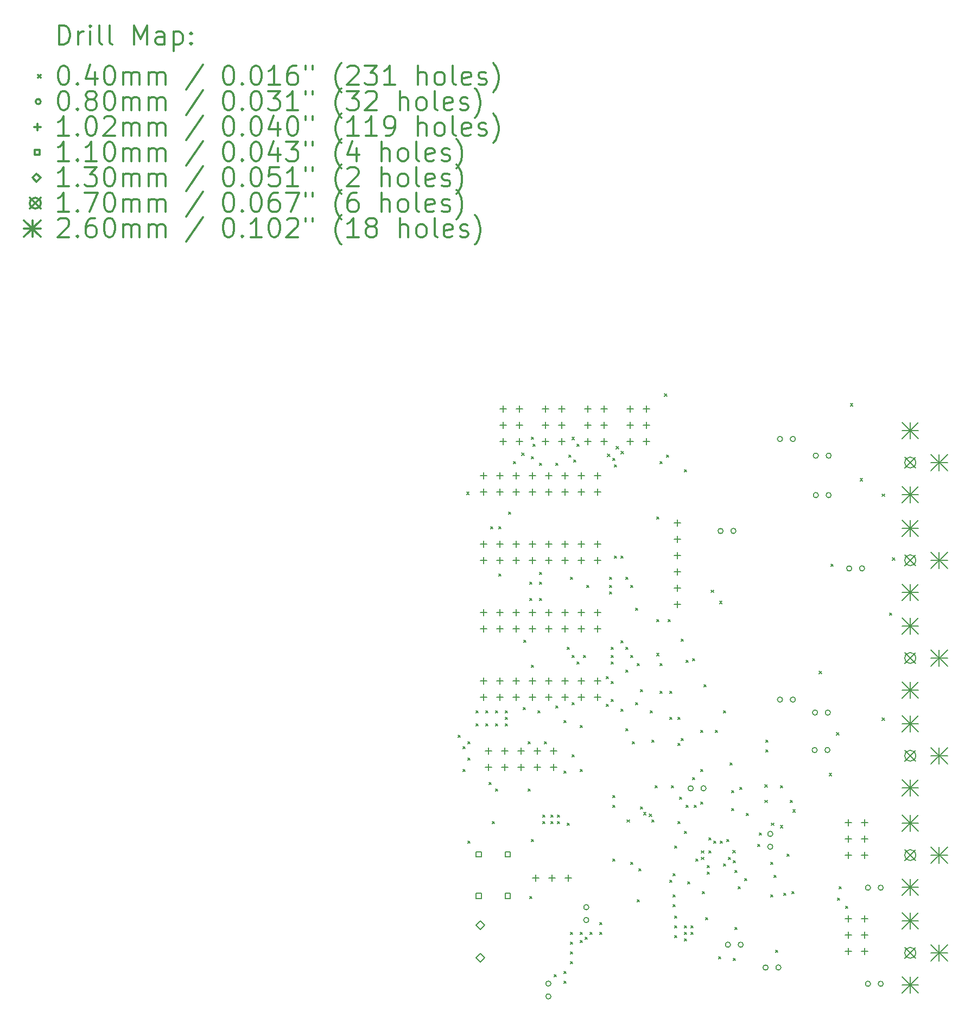
<source format=gbr>
%FSLAX45Y45*%
G04 Gerber Fmt 4.5, Leading zero omitted, Abs format (unit mm)*
G04 Created by KiCad (PCBNEW (5.0.1)-4) date 19.04.2019 12:03:11*
%MOMM*%
%LPD*%
G01*
G04 APERTURE LIST*
%ADD10C,0.200000*%
%ADD11C,0.300000*%
G04 APERTURE END LIST*
D10*
X6507800Y-11232200D02*
X6547800Y-11272200D01*
X6547800Y-11232200D02*
X6507800Y-11272200D01*
X6584000Y-11410000D02*
X6624000Y-11450000D01*
X6624000Y-11410000D02*
X6584000Y-11450000D01*
X6584000Y-11765600D02*
X6624000Y-11805600D01*
X6624000Y-11765600D02*
X6584000Y-11805600D01*
X6641978Y-7446841D02*
X6681978Y-7486841D01*
X6681978Y-7446841D02*
X6641978Y-7486841D01*
X6660200Y-11333800D02*
X6700200Y-11373800D01*
X6700200Y-11333800D02*
X6660200Y-11373800D01*
X6660200Y-11587800D02*
X6700200Y-11627800D01*
X6700200Y-11587800D02*
X6660200Y-11627800D01*
X6660200Y-12883200D02*
X6700200Y-12923200D01*
X6700200Y-12883200D02*
X6660200Y-12923200D01*
X6787200Y-10851200D02*
X6827200Y-10891200D01*
X6827200Y-10851200D02*
X6787200Y-10891200D01*
X6787200Y-11054400D02*
X6827200Y-11094400D01*
X6827200Y-11054400D02*
X6787200Y-11094400D01*
X6939600Y-10851200D02*
X6979600Y-10891200D01*
X6979600Y-10851200D02*
X6939600Y-10891200D01*
X6939600Y-11054400D02*
X6979600Y-11094400D01*
X6979600Y-11054400D02*
X6939600Y-11094400D01*
X6990400Y-11968800D02*
X7030400Y-12008800D01*
X7030400Y-11968800D02*
X6990400Y-12008800D01*
X7015800Y-7981000D02*
X7055800Y-8021000D01*
X7055800Y-7981000D02*
X7015800Y-8021000D01*
X7041200Y-12578400D02*
X7081200Y-12618400D01*
X7081200Y-12578400D02*
X7041200Y-12618400D01*
X7092000Y-10851200D02*
X7132000Y-10891200D01*
X7132000Y-10851200D02*
X7092000Y-10891200D01*
X7092000Y-11054400D02*
X7132000Y-11094400D01*
X7132000Y-11054400D02*
X7092000Y-11094400D01*
X7092000Y-12070400D02*
X7132000Y-12110400D01*
X7132000Y-12070400D02*
X7092000Y-12110400D01*
X7142800Y-7981000D02*
X7182800Y-8021000D01*
X7182800Y-7981000D02*
X7142800Y-8021000D01*
X7142800Y-8717600D02*
X7182800Y-8757600D01*
X7182800Y-8717600D02*
X7142800Y-8757600D01*
X7244400Y-10851200D02*
X7284400Y-10891200D01*
X7284400Y-10851200D02*
X7244400Y-10891200D01*
X7244400Y-10952800D02*
X7284400Y-10992800D01*
X7284400Y-10952800D02*
X7244400Y-10992800D01*
X7244400Y-11054400D02*
X7284400Y-11094400D01*
X7284400Y-11054400D02*
X7244400Y-11094400D01*
X7295200Y-7752400D02*
X7335200Y-7792400D01*
X7335200Y-7752400D02*
X7295200Y-7792400D01*
X7371400Y-6965000D02*
X7411400Y-7005000D01*
X7411400Y-6965000D02*
X7371400Y-7005000D01*
X7502401Y-6833999D02*
X7542401Y-6873999D01*
X7542401Y-6833999D02*
X7502401Y-6873999D01*
X7523800Y-10800400D02*
X7563800Y-10840400D01*
X7563800Y-10800400D02*
X7523800Y-10840400D01*
X7531662Y-9751138D02*
X7571662Y-9791138D01*
X7571662Y-9751138D02*
X7531662Y-9791138D01*
X7600000Y-11333800D02*
X7640000Y-11373800D01*
X7640000Y-11333800D02*
X7600000Y-11373800D01*
X7600000Y-12070400D02*
X7640000Y-12110400D01*
X7640000Y-12070400D02*
X7600000Y-12110400D01*
X7625400Y-8844600D02*
X7665400Y-8884600D01*
X7665400Y-8844600D02*
X7625400Y-8884600D01*
X7625400Y-9098600D02*
X7665400Y-9138600D01*
X7665400Y-9098600D02*
X7625400Y-9138600D01*
X7625400Y-13746800D02*
X7665400Y-13786800D01*
X7665400Y-13746800D02*
X7625400Y-13786800D01*
X7650800Y-6584000D02*
X7690800Y-6624000D01*
X7690800Y-6584000D02*
X7650800Y-6624000D01*
X7650800Y-6888800D02*
X7690800Y-6928800D01*
X7690800Y-6888800D02*
X7650800Y-6928800D01*
X7650800Y-10140000D02*
X7690800Y-10180000D01*
X7690800Y-10140000D02*
X7650800Y-10180000D01*
X7650800Y-12857800D02*
X7690800Y-12897800D01*
X7690800Y-12857800D02*
X7650800Y-12897800D01*
X7676200Y-6694916D02*
X7716200Y-6734916D01*
X7716200Y-6694916D02*
X7676200Y-6734916D01*
X7752400Y-10851200D02*
X7792400Y-10891200D01*
X7792400Y-10851200D02*
X7752400Y-10891200D01*
X7777800Y-6990400D02*
X7817800Y-7030400D01*
X7817800Y-6990400D02*
X7777800Y-7030400D01*
X7777800Y-8692200D02*
X7817800Y-8732200D01*
X7817800Y-8692200D02*
X7777800Y-8732200D01*
X7777800Y-8844600D02*
X7817800Y-8884600D01*
X7817800Y-8844600D02*
X7777800Y-8884600D01*
X7777800Y-9098600D02*
X7817800Y-9138600D01*
X7817800Y-9098600D02*
X7777800Y-9138600D01*
X7828600Y-12476800D02*
X7868600Y-12516800D01*
X7868600Y-12476800D02*
X7828600Y-12516800D01*
X7828600Y-12578400D02*
X7868600Y-12618400D01*
X7868600Y-12578400D02*
X7828600Y-12618400D01*
X7854000Y-11333800D02*
X7894000Y-11373800D01*
X7894000Y-11333800D02*
X7854000Y-11373800D01*
X7955600Y-12476800D02*
X7995600Y-12516800D01*
X7995600Y-12476800D02*
X7955600Y-12516800D01*
X7955600Y-12578400D02*
X7995600Y-12618400D01*
X7995600Y-12578400D02*
X7955600Y-12618400D01*
X8006400Y-14966000D02*
X8046400Y-15006000D01*
X8046400Y-14966000D02*
X8006400Y-15006000D01*
X8031800Y-6990400D02*
X8071800Y-7030400D01*
X8071800Y-6990400D02*
X8031800Y-7030400D01*
X8031800Y-10775000D02*
X8071800Y-10815000D01*
X8071800Y-10775000D02*
X8031800Y-10815000D01*
X8057200Y-12476800D02*
X8097200Y-12516800D01*
X8097200Y-12476800D02*
X8057200Y-12516800D01*
X8057200Y-12578400D02*
X8097200Y-12618400D01*
X8097200Y-12578400D02*
X8057200Y-12618400D01*
X8158800Y-11003600D02*
X8198800Y-11043600D01*
X8198800Y-11003600D02*
X8158800Y-11043600D01*
X8158800Y-11791000D02*
X8198800Y-11831000D01*
X8198800Y-11791000D02*
X8158800Y-11831000D01*
X8158800Y-14915200D02*
X8198800Y-14955200D01*
X8198800Y-14915200D02*
X8158800Y-14955200D01*
X8158800Y-15067600D02*
X8198800Y-15107600D01*
X8198800Y-15067600D02*
X8158800Y-15107600D01*
X8209600Y-9860600D02*
X8249600Y-9900600D01*
X8249600Y-9860600D02*
X8209600Y-9900600D01*
X8209600Y-12603800D02*
X8249600Y-12643800D01*
X8249600Y-12603800D02*
X8209600Y-12643800D01*
X8235000Y-6863400D02*
X8275000Y-6903400D01*
X8275000Y-6863400D02*
X8235000Y-6903400D01*
X8260400Y-8768400D02*
X8300400Y-8808400D01*
X8300400Y-8768400D02*
X8260400Y-8808400D01*
X8260400Y-14305600D02*
X8300400Y-14345600D01*
X8300400Y-14305600D02*
X8260400Y-14345600D01*
X8260400Y-14458000D02*
X8300400Y-14498000D01*
X8300400Y-14458000D02*
X8260400Y-14498000D01*
X8260400Y-14610400D02*
X8300400Y-14650400D01*
X8300400Y-14610400D02*
X8260400Y-14650400D01*
X8260400Y-14762800D02*
X8300400Y-14802800D01*
X8300400Y-14762800D02*
X8260400Y-14802800D01*
X8285800Y-6590380D02*
X8325800Y-6630380D01*
X8325800Y-6590380D02*
X8285800Y-6630380D01*
X8285800Y-9987600D02*
X8325800Y-10027600D01*
X8325800Y-9987600D02*
X8285800Y-10027600D01*
X8285800Y-10724200D02*
X8325800Y-10764200D01*
X8325800Y-10724200D02*
X8285800Y-10764200D01*
X8285800Y-11537000D02*
X8325800Y-11577000D01*
X8325800Y-11537000D02*
X8285800Y-11577000D01*
X8311200Y-6939600D02*
X8351200Y-6979600D01*
X8351200Y-6939600D02*
X8311200Y-6979600D01*
X8360800Y-6694916D02*
X8400800Y-6734916D01*
X8400800Y-6694916D02*
X8360800Y-6734916D01*
X8362000Y-10089200D02*
X8402000Y-10129200D01*
X8402000Y-10089200D02*
X8362000Y-10129200D01*
X8412800Y-11079800D02*
X8452800Y-11119800D01*
X8452800Y-11079800D02*
X8412800Y-11119800D01*
X8412800Y-11765600D02*
X8452800Y-11805600D01*
X8452800Y-11765600D02*
X8412800Y-11805600D01*
X8412800Y-14305600D02*
X8452800Y-14345600D01*
X8452800Y-14305600D02*
X8412800Y-14345600D01*
X8412800Y-14432600D02*
X8452800Y-14472600D01*
X8452800Y-14432600D02*
X8412800Y-14472600D01*
X8463600Y-9987600D02*
X8503600Y-10027600D01*
X8503600Y-9987600D02*
X8463600Y-10027600D01*
X8489000Y-14381800D02*
X8529000Y-14421800D01*
X8529000Y-14381800D02*
X8489000Y-14421800D01*
X8514400Y-8895400D02*
X8554400Y-8935400D01*
X8554400Y-8895400D02*
X8514400Y-8935400D01*
X8565200Y-14305600D02*
X8605200Y-14345600D01*
X8605200Y-14305600D02*
X8565200Y-14345600D01*
X8717600Y-14153200D02*
X8757600Y-14193200D01*
X8757600Y-14153200D02*
X8717600Y-14193200D01*
X8717600Y-14305600D02*
X8757600Y-14345600D01*
X8757600Y-14305600D02*
X8717600Y-14345600D01*
X8819200Y-10317800D02*
X8859200Y-10357800D01*
X8859200Y-10317800D02*
X8819200Y-10357800D01*
X8819200Y-10749600D02*
X8859200Y-10789600D01*
X8859200Y-10749600D02*
X8819200Y-10789600D01*
X8841927Y-6852726D02*
X8881927Y-6892726D01*
X8881927Y-6852726D02*
X8841927Y-6892726D01*
X8870000Y-8768400D02*
X8910000Y-8808400D01*
X8910000Y-8768400D02*
X8870000Y-8808400D01*
X8870000Y-8768400D02*
X8910000Y-8808400D01*
X8910000Y-8768400D02*
X8870000Y-8808400D01*
X8870000Y-8895400D02*
X8910000Y-8935400D01*
X8910000Y-8895400D02*
X8870000Y-8935400D01*
X8870000Y-8997000D02*
X8910000Y-9037000D01*
X8910000Y-8997000D02*
X8870000Y-9037000D01*
X8895400Y-9860600D02*
X8935400Y-9900600D01*
X8935400Y-9860600D02*
X8895400Y-9900600D01*
X8895400Y-9987600D02*
X8935400Y-10027600D01*
X8935400Y-9987600D02*
X8895400Y-10027600D01*
X8895400Y-10089200D02*
X8935400Y-10129200D01*
X8935400Y-10089200D02*
X8895400Y-10129200D01*
X8895400Y-10394000D02*
X8935400Y-10434000D01*
X8935400Y-10394000D02*
X8895400Y-10434000D01*
X8895400Y-10673400D02*
X8935400Y-10713400D01*
X8935400Y-10673400D02*
X8895400Y-10713400D01*
X8920800Y-6914200D02*
X8960800Y-6954200D01*
X8960800Y-6914200D02*
X8920800Y-6954200D01*
X8920800Y-12172000D02*
X8960800Y-12212000D01*
X8960800Y-12172000D02*
X8920800Y-12212000D01*
X8920800Y-12324400D02*
X8960800Y-12364400D01*
X8960800Y-12324400D02*
X8920800Y-12364400D01*
X8920800Y-13162600D02*
X8960800Y-13202600D01*
X8960800Y-13162600D02*
X8920800Y-13202600D01*
X8945300Y-7015800D02*
X8985300Y-7055800D01*
X8985300Y-7015800D02*
X8945300Y-7055800D01*
X8946200Y-8438200D02*
X8986200Y-8478200D01*
X8986200Y-8438200D02*
X8946200Y-8478200D01*
X8975601Y-6732399D02*
X9015601Y-6772399D01*
X9015601Y-6732399D02*
X8975601Y-6772399D01*
X9047800Y-8438200D02*
X9087800Y-8478200D01*
X9087800Y-8438200D02*
X9047800Y-8478200D01*
X9047800Y-9759000D02*
X9087800Y-9799000D01*
X9087800Y-9759000D02*
X9047800Y-9799000D01*
X9047800Y-10825800D02*
X9087800Y-10865800D01*
X9087800Y-10825800D02*
X9047800Y-10865800D01*
X9049118Y-6805916D02*
X9089118Y-6845916D01*
X9089118Y-6805916D02*
X9049118Y-6845916D01*
X9124000Y-8768400D02*
X9164000Y-8808400D01*
X9164000Y-8768400D02*
X9124000Y-8808400D01*
X9124000Y-9860600D02*
X9164000Y-9900600D01*
X9164000Y-9860600D02*
X9124000Y-9900600D01*
X9124000Y-10216200D02*
X9164000Y-10256200D01*
X9164000Y-10216200D02*
X9124000Y-10256200D01*
X9124000Y-11130600D02*
X9164000Y-11170600D01*
X9164000Y-11130600D02*
X9124000Y-11170600D01*
X9146200Y-12553000D02*
X9186200Y-12593000D01*
X9186200Y-12553000D02*
X9146200Y-12593000D01*
X9200200Y-8895400D02*
X9240200Y-8935400D01*
X9240200Y-8895400D02*
X9200200Y-8935400D01*
X9200200Y-9987600D02*
X9240200Y-10027600D01*
X9240200Y-9987600D02*
X9200200Y-10027600D01*
X9200200Y-13213400D02*
X9240200Y-13253400D01*
X9240200Y-13213400D02*
X9200200Y-13253400D01*
X9225600Y-11333800D02*
X9265600Y-11373800D01*
X9265600Y-11333800D02*
X9225600Y-11373800D01*
X9276400Y-9251000D02*
X9316400Y-9291000D01*
X9316400Y-9251000D02*
X9276400Y-9291000D01*
X9276400Y-10724200D02*
X9316400Y-10764200D01*
X9316400Y-10724200D02*
X9276400Y-10764200D01*
X9301800Y-10114600D02*
X9341800Y-10154600D01*
X9341800Y-10114600D02*
X9301800Y-10154600D01*
X9301800Y-13797600D02*
X9341800Y-13837600D01*
X9341800Y-13797600D02*
X9301800Y-13837600D01*
X9327200Y-13315000D02*
X9367200Y-13355000D01*
X9367200Y-13315000D02*
X9327200Y-13355000D01*
X9352600Y-10521000D02*
X9392600Y-10561000D01*
X9392600Y-10521000D02*
X9352600Y-10561000D01*
X9352600Y-12349800D02*
X9392600Y-12389800D01*
X9392600Y-12349800D02*
X9352600Y-12389800D01*
X9403400Y-12438700D02*
X9443400Y-12478700D01*
X9443400Y-12438700D02*
X9403400Y-12478700D01*
X9492300Y-12464100D02*
X9532300Y-12504100D01*
X9532300Y-12464100D02*
X9492300Y-12504100D01*
X9505000Y-10851200D02*
X9545000Y-10891200D01*
X9545000Y-10851200D02*
X9505000Y-10891200D01*
X9530400Y-11308400D02*
X9570400Y-11348400D01*
X9570400Y-11308400D02*
X9530400Y-11348400D01*
X9530400Y-12553000D02*
X9570400Y-12593000D01*
X9570400Y-12553000D02*
X9530400Y-12593000D01*
X9581200Y-12019600D02*
X9621200Y-12059600D01*
X9621200Y-12019600D02*
X9581200Y-12059600D01*
X9606600Y-7828600D02*
X9646600Y-7868600D01*
X9646600Y-7828600D02*
X9606600Y-7868600D01*
X9606600Y-9428800D02*
X9646600Y-9468800D01*
X9646600Y-9428800D02*
X9606600Y-9468800D01*
X9606600Y-9959000D02*
X9646600Y-9999000D01*
X9646600Y-9959000D02*
X9606600Y-9999000D01*
X9657400Y-6965000D02*
X9697400Y-7005000D01*
X9697400Y-6965000D02*
X9657400Y-7005000D01*
X9657400Y-10114600D02*
X9697400Y-10154600D01*
X9697400Y-10114600D02*
X9657400Y-10154600D01*
X9657400Y-10546400D02*
X9697400Y-10586400D01*
X9697400Y-10546400D02*
X9657400Y-10586400D01*
X9725980Y-5913300D02*
X9765980Y-5953300D01*
X9765980Y-5913300D02*
X9725980Y-5953300D01*
X9759000Y-6863400D02*
X9799000Y-6903400D01*
X9799000Y-6863400D02*
X9759000Y-6903400D01*
X9784400Y-9428800D02*
X9824400Y-9468800D01*
X9824400Y-9428800D02*
X9784400Y-9468800D01*
X9809800Y-10546400D02*
X9849800Y-10586400D01*
X9849800Y-10546400D02*
X9809800Y-10586400D01*
X9809800Y-10952800D02*
X9849800Y-10992800D01*
X9849800Y-10952800D02*
X9809800Y-10992800D01*
X9809800Y-13492800D02*
X9849800Y-13532800D01*
X9849800Y-13492800D02*
X9809800Y-13532800D01*
X9835200Y-12019600D02*
X9875200Y-12059600D01*
X9875200Y-12019600D02*
X9835200Y-12059600D01*
X9860600Y-13391200D02*
X9900600Y-13431200D01*
X9900600Y-13391200D02*
X9860600Y-13431200D01*
X9860600Y-13721400D02*
X9900600Y-13761400D01*
X9900600Y-13721400D02*
X9860600Y-13761400D01*
X9860600Y-13873800D02*
X9900600Y-13913800D01*
X9900600Y-13873800D02*
X9860600Y-13913800D01*
X9886000Y-12959400D02*
X9926000Y-12999400D01*
X9926000Y-12959400D02*
X9886000Y-12999400D01*
X9886000Y-14051600D02*
X9926000Y-14091600D01*
X9926000Y-14051600D02*
X9886000Y-14091600D01*
X9886000Y-14204000D02*
X9926000Y-14244000D01*
X9926000Y-14204000D02*
X9886000Y-14244000D01*
X9886000Y-14356400D02*
X9926000Y-14396400D01*
X9926000Y-14356400D02*
X9886000Y-14396400D01*
X9936800Y-10952800D02*
X9976800Y-10992800D01*
X9976800Y-10952800D02*
X9936800Y-10992800D01*
X9936800Y-11359200D02*
X9976800Y-11399200D01*
X9976800Y-11359200D02*
X9936800Y-11399200D01*
X9936800Y-12578400D02*
X9976800Y-12618400D01*
X9976800Y-12578400D02*
X9936800Y-12618400D01*
X9962200Y-12197400D02*
X10002200Y-12237400D01*
X10002200Y-12197400D02*
X9962200Y-12237400D01*
X9987600Y-9733600D02*
X10027600Y-9773600D01*
X10027600Y-9733600D02*
X9987600Y-9773600D01*
X9987600Y-11283000D02*
X10027600Y-11323000D01*
X10027600Y-11283000D02*
X9987600Y-11323000D01*
X10038400Y-7092000D02*
X10078400Y-7132000D01*
X10078400Y-7092000D02*
X10038400Y-7132000D01*
X10038400Y-12730800D02*
X10078400Y-12770800D01*
X10078400Y-12730800D02*
X10038400Y-12770800D01*
X10038400Y-14204000D02*
X10078400Y-14244000D01*
X10078400Y-14204000D02*
X10038400Y-14244000D01*
X10038400Y-14305600D02*
X10078400Y-14345600D01*
X10078400Y-14305600D02*
X10038400Y-14345600D01*
X10038400Y-14407200D02*
X10078400Y-14447200D01*
X10078400Y-14407200D02*
X10038400Y-14447200D01*
X10063800Y-10063800D02*
X10103800Y-10103800D01*
X10103800Y-10063800D02*
X10063800Y-10103800D01*
X10063800Y-12324400D02*
X10103800Y-12364400D01*
X10103800Y-12324400D02*
X10063800Y-12364400D01*
X10089200Y-13518200D02*
X10129200Y-13558200D01*
X10129200Y-13518200D02*
X10089200Y-13558200D01*
X10139709Y-14305601D02*
X10179709Y-14345601D01*
X10179709Y-14305601D02*
X10139709Y-14345601D01*
X10140000Y-14204000D02*
X10180000Y-14244000D01*
X10180000Y-14204000D02*
X10140000Y-14244000D01*
X10165400Y-10038400D02*
X10205400Y-10078400D01*
X10205400Y-10038400D02*
X10165400Y-10078400D01*
X10165400Y-11892600D02*
X10205400Y-11932600D01*
X10205400Y-11892600D02*
X10165400Y-11932600D01*
X10190800Y-12324400D02*
X10230800Y-12364400D01*
X10230800Y-12324400D02*
X10190800Y-12364400D01*
X10216200Y-13162600D02*
X10256200Y-13202600D01*
X10256200Y-13162600D02*
X10216200Y-13202600D01*
X10292400Y-11156000D02*
X10332400Y-11196000D01*
X10332400Y-11156000D02*
X10292400Y-11196000D01*
X10292400Y-11765600D02*
X10332400Y-11805600D01*
X10332400Y-11765600D02*
X10292400Y-11805600D01*
X10292400Y-12273600D02*
X10332400Y-12313600D01*
X10332400Y-12273600D02*
X10292400Y-12313600D01*
X10305100Y-13035600D02*
X10345100Y-13075600D01*
X10345100Y-13035600D02*
X10305100Y-13075600D01*
X10305100Y-13137200D02*
X10345100Y-13177200D01*
X10345100Y-13137200D02*
X10305100Y-13177200D01*
X10317800Y-13670600D02*
X10357800Y-13710600D01*
X10357800Y-13670600D02*
X10317800Y-13710600D01*
X10343200Y-10444800D02*
X10383200Y-10484800D01*
X10383200Y-10444800D02*
X10343200Y-10484800D01*
X10368600Y-14077000D02*
X10408600Y-14117000D01*
X10408600Y-14077000D02*
X10368600Y-14117000D01*
X10394000Y-13264200D02*
X10434000Y-13304200D01*
X10434000Y-13264200D02*
X10394000Y-13304200D01*
X10394000Y-13365800D02*
X10434000Y-13405800D01*
X10434000Y-13365800D02*
X10394000Y-13405800D01*
X10419400Y-12832400D02*
X10459400Y-12872400D01*
X10459400Y-12832400D02*
X10419400Y-12872400D01*
X10419400Y-13035600D02*
X10459400Y-13075600D01*
X10459400Y-13035600D02*
X10419400Y-13075600D01*
X10457500Y-8971600D02*
X10497500Y-9011600D01*
X10497500Y-8971600D02*
X10457500Y-9011600D01*
X10495600Y-12883200D02*
X10535600Y-12923200D01*
X10535600Y-12883200D02*
X10495600Y-12923200D01*
X10521000Y-11156000D02*
X10561000Y-11196000D01*
X10561000Y-11156000D02*
X10521000Y-11196000D01*
X10571800Y-14686600D02*
X10611800Y-14726600D01*
X10611800Y-14686600D02*
X10571800Y-14726600D01*
X10587040Y-9144320D02*
X10627040Y-9184320D01*
X10627040Y-9144320D02*
X10587040Y-9184320D01*
X10597200Y-12883200D02*
X10637200Y-12923200D01*
X10637200Y-12883200D02*
X10597200Y-12923200D01*
X10648000Y-10851200D02*
X10688000Y-10891200D01*
X10688000Y-10851200D02*
X10648000Y-10891200D01*
X10648000Y-13238800D02*
X10688000Y-13278800D01*
X10688000Y-13238800D02*
X10648000Y-13278800D01*
X10698800Y-12857800D02*
X10738800Y-12897800D01*
X10738800Y-12857800D02*
X10698800Y-12897800D01*
X10724200Y-13137200D02*
X10764200Y-13177200D01*
X10764200Y-13137200D02*
X10724200Y-13177200D01*
X10749600Y-11664000D02*
X10789600Y-11704000D01*
X10789600Y-11664000D02*
X10749600Y-11704000D01*
X10775000Y-12095800D02*
X10815000Y-12135800D01*
X10815000Y-12095800D02*
X10775000Y-12135800D01*
X10775000Y-12375200D02*
X10815000Y-12415200D01*
X10815000Y-12375200D02*
X10775000Y-12415200D01*
X10797860Y-13030520D02*
X10837860Y-13070520D01*
X10837860Y-13030520D02*
X10797860Y-13070520D01*
X10800400Y-13188000D02*
X10840400Y-13228000D01*
X10840400Y-13188000D02*
X10800400Y-13228000D01*
X10800400Y-14712000D02*
X10840400Y-14752000D01*
X10840400Y-14712000D02*
X10800400Y-14752000D01*
X10825800Y-13340400D02*
X10865800Y-13380400D01*
X10865800Y-13340400D02*
X10825800Y-13380400D01*
X10825800Y-14229400D02*
X10865800Y-14269400D01*
X10865800Y-14229400D02*
X10825800Y-14269400D01*
X10876600Y-13594400D02*
X10916600Y-13634400D01*
X10916600Y-13594400D02*
X10876600Y-13634400D01*
X10902000Y-12045000D02*
X10942000Y-12085000D01*
X10942000Y-12045000D02*
X10902000Y-12085000D01*
X10978200Y-13467400D02*
X11018200Y-13507400D01*
X11018200Y-13467400D02*
X10978200Y-13507400D01*
X11003600Y-12451400D02*
X11043600Y-12491400D01*
X11043600Y-12451400D02*
X11003600Y-12491400D01*
X11181400Y-12934000D02*
X11221400Y-12974000D01*
X11221400Y-12934000D02*
X11181400Y-12974000D01*
X11206800Y-12756200D02*
X11246800Y-12796200D01*
X11246800Y-12756200D02*
X11206800Y-12796200D01*
X11295700Y-12006900D02*
X11335700Y-12046900D01*
X11335700Y-12006900D02*
X11295700Y-12046900D01*
X11295700Y-12248200D02*
X11335700Y-12288200D01*
X11335700Y-12248200D02*
X11295700Y-12288200D01*
X11308400Y-11308400D02*
X11348400Y-11348400D01*
X11348400Y-11308400D02*
X11308400Y-11348400D01*
X11308400Y-11460800D02*
X11348400Y-11500800D01*
X11348400Y-11460800D02*
X11308400Y-11500800D01*
X11384600Y-13213400D02*
X11424600Y-13253400D01*
X11424600Y-13213400D02*
X11384600Y-13253400D01*
X11384600Y-13721400D02*
X11424600Y-13761400D01*
X11424600Y-13721400D02*
X11384600Y-13761400D01*
X11397300Y-12603800D02*
X11437300Y-12643800D01*
X11437300Y-12603800D02*
X11397300Y-12643800D01*
X11435400Y-13416600D02*
X11475400Y-13456600D01*
X11475400Y-13416600D02*
X11435400Y-13456600D01*
X11460800Y-14585000D02*
X11500800Y-14625000D01*
X11500800Y-14585000D02*
X11460800Y-14625000D01*
X11537000Y-12019600D02*
X11577000Y-12059600D01*
X11577000Y-12019600D02*
X11537000Y-12059600D01*
X11537000Y-12641900D02*
X11577000Y-12681900D01*
X11577000Y-12641900D02*
X11537000Y-12681900D01*
X11587800Y-13696000D02*
X11627800Y-13736000D01*
X11627800Y-13696000D02*
X11587800Y-13736000D01*
X11638600Y-13086400D02*
X11678600Y-13126400D01*
X11678600Y-13086400D02*
X11638600Y-13126400D01*
X11689400Y-12248200D02*
X11729400Y-12288200D01*
X11729400Y-12248200D02*
X11689400Y-12288200D01*
X11714800Y-13670600D02*
X11754800Y-13710600D01*
X11754800Y-13670600D02*
X11714800Y-13710600D01*
X11730175Y-12397925D02*
X11770175Y-12437925D01*
X11770175Y-12397925D02*
X11730175Y-12437925D01*
X12139230Y-10235500D02*
X12179230Y-10275500D01*
X12179230Y-10235500D02*
X12139230Y-10275500D01*
X12299000Y-11829100D02*
X12339000Y-11869100D01*
X12339000Y-11829100D02*
X12299000Y-11869100D01*
X12324400Y-8565200D02*
X12364400Y-8605200D01*
X12364400Y-8565200D02*
X12324400Y-8605200D01*
X12413300Y-11194100D02*
X12453300Y-11234100D01*
X12453300Y-11194100D02*
X12413300Y-11234100D01*
X12426000Y-13772200D02*
X12466000Y-13812200D01*
X12466000Y-13772200D02*
X12426000Y-13812200D01*
X12451400Y-13594400D02*
X12491400Y-13634400D01*
X12491400Y-13594400D02*
X12451400Y-13634400D01*
X12553000Y-13899200D02*
X12593000Y-13939200D01*
X12593000Y-13899200D02*
X12553000Y-13939200D01*
X12629200Y-6063300D02*
X12669200Y-6103300D01*
X12669200Y-6063300D02*
X12629200Y-6103300D01*
X12781600Y-7231700D02*
X12821600Y-7271700D01*
X12821600Y-7231700D02*
X12781600Y-7271700D01*
X13124500Y-7473000D02*
X13164500Y-7513000D01*
X13164500Y-7473000D02*
X13124500Y-7513000D01*
X13124500Y-10965500D02*
X13164500Y-11005500D01*
X13164500Y-10965500D02*
X13124500Y-11005500D01*
X13238800Y-9327200D02*
X13278800Y-9367200D01*
X13278800Y-9327200D02*
X13238800Y-9367200D01*
X13287200Y-8466000D02*
X13327200Y-8506000D01*
X13327200Y-8466000D02*
X13287200Y-8506000D01*
X12651100Y-8636000D02*
G75*
G03X12651100Y-8636000I-40000J0D01*
G01*
X12851100Y-8636000D02*
G75*
G03X12851100Y-8636000I-40000J0D01*
G01*
X7958450Y-15109850D02*
G75*
G03X7958450Y-15109850I-40000J0D01*
G01*
X7958450Y-15309850D02*
G75*
G03X7958450Y-15309850I-40000J0D01*
G01*
X8549000Y-13919200D02*
G75*
G03X8549000Y-13919200I-40000J0D01*
G01*
X8549000Y-14119200D02*
G75*
G03X8549000Y-14119200I-40000J0D01*
G01*
X12943200Y-13614400D02*
G75*
G03X12943200Y-13614400I-40000J0D01*
G01*
X13143200Y-13614400D02*
G75*
G03X13143200Y-13614400I-40000J0D01*
G01*
X11571600Y-6616700D02*
G75*
G03X11571600Y-6616700I-40000J0D01*
G01*
X11771600Y-6616700D02*
G75*
G03X11771600Y-6616700I-40000J0D01*
G01*
X10644500Y-8051800D02*
G75*
G03X10644500Y-8051800I-40000J0D01*
G01*
X10844500Y-8051800D02*
G75*
G03X10844500Y-8051800I-40000J0D01*
G01*
X12117700Y-10883900D02*
G75*
G03X12117700Y-10883900I-40000J0D01*
G01*
X12317700Y-10883900D02*
G75*
G03X12317700Y-10883900I-40000J0D01*
G01*
X12111350Y-11468100D02*
G75*
G03X12111350Y-11468100I-40000J0D01*
G01*
X12311350Y-11468100D02*
G75*
G03X12311350Y-11468100I-40000J0D01*
G01*
X10758800Y-14503400D02*
G75*
G03X10758800Y-14503400I-40000J0D01*
G01*
X10958800Y-14503400D02*
G75*
G03X10958800Y-14503400I-40000J0D01*
G01*
X12130400Y-7493000D02*
G75*
G03X12130400Y-7493000I-40000J0D01*
G01*
X12330400Y-7493000D02*
G75*
G03X12330400Y-7493000I-40000J0D01*
G01*
X11571600Y-10680700D02*
G75*
G03X11571600Y-10680700I-40000J0D01*
G01*
X11771600Y-10680700D02*
G75*
G03X11771600Y-10680700I-40000J0D01*
G01*
X11419200Y-12776200D02*
G75*
G03X11419200Y-12776200I-40000J0D01*
G01*
X11419200Y-12976200D02*
G75*
G03X11419200Y-12976200I-40000J0D01*
G01*
X11346200Y-14859000D02*
G75*
G03X11346200Y-14859000I-40000J0D01*
G01*
X11546200Y-14859000D02*
G75*
G03X11546200Y-14859000I-40000J0D01*
G01*
X12943200Y-15113000D02*
G75*
G03X12943200Y-15113000I-40000J0D01*
G01*
X13143200Y-15113000D02*
G75*
G03X13143200Y-15113000I-40000J0D01*
G01*
X12130400Y-6877050D02*
G75*
G03X12130400Y-6877050I-40000J0D01*
G01*
X12330400Y-6877050D02*
G75*
G03X12330400Y-6877050I-40000J0D01*
G01*
X10177800Y-12065000D02*
G75*
G03X10177800Y-12065000I-40000J0D01*
G01*
X10377800Y-12065000D02*
G75*
G03X10377800Y-12065000I-40000J0D01*
G01*
X6908800Y-8204200D02*
X6908800Y-8305800D01*
X6858000Y-8255000D02*
X6959600Y-8255000D01*
X6908800Y-8458200D02*
X6908800Y-8559800D01*
X6858000Y-8509000D02*
X6959600Y-8509000D01*
X7162800Y-8204200D02*
X7162800Y-8305800D01*
X7112000Y-8255000D02*
X7213600Y-8255000D01*
X7162800Y-8458200D02*
X7162800Y-8559800D01*
X7112000Y-8509000D02*
X7213600Y-8509000D01*
X7416800Y-8204200D02*
X7416800Y-8305800D01*
X7366000Y-8255000D02*
X7467600Y-8255000D01*
X7416800Y-8458200D02*
X7416800Y-8559800D01*
X7366000Y-8509000D02*
X7467600Y-8509000D01*
X7670800Y-8204200D02*
X7670800Y-8305800D01*
X7620000Y-8255000D02*
X7721600Y-8255000D01*
X7670800Y-8458200D02*
X7670800Y-8559800D01*
X7620000Y-8509000D02*
X7721600Y-8509000D01*
X7924800Y-8204200D02*
X7924800Y-8305800D01*
X7874000Y-8255000D02*
X7975600Y-8255000D01*
X7924800Y-8458200D02*
X7924800Y-8559800D01*
X7874000Y-8509000D02*
X7975600Y-8509000D01*
X8178800Y-8204200D02*
X8178800Y-8305800D01*
X8128000Y-8255000D02*
X8229600Y-8255000D01*
X8178800Y-8458200D02*
X8178800Y-8559800D01*
X8128000Y-8509000D02*
X8229600Y-8509000D01*
X8432800Y-8204200D02*
X8432800Y-8305800D01*
X8382000Y-8255000D02*
X8483600Y-8255000D01*
X8432800Y-8458200D02*
X8432800Y-8559800D01*
X8382000Y-8509000D02*
X8483600Y-8509000D01*
X8686800Y-8204200D02*
X8686800Y-8305800D01*
X8636000Y-8255000D02*
X8737600Y-8255000D01*
X8686800Y-8458200D02*
X8686800Y-8559800D01*
X8636000Y-8509000D02*
X8737600Y-8509000D01*
X12598400Y-14046200D02*
X12598400Y-14147800D01*
X12547600Y-14097000D02*
X12649200Y-14097000D01*
X12598400Y-14300200D02*
X12598400Y-14401800D01*
X12547600Y-14351000D02*
X12649200Y-14351000D01*
X12598400Y-14554200D02*
X12598400Y-14655800D01*
X12547600Y-14605000D02*
X12649200Y-14605000D01*
X12852400Y-14046200D02*
X12852400Y-14147800D01*
X12801600Y-14097000D02*
X12903200Y-14097000D01*
X12852400Y-14300200D02*
X12852400Y-14401800D01*
X12801600Y-14351000D02*
X12903200Y-14351000D01*
X12852400Y-14554200D02*
X12852400Y-14655800D01*
X12801600Y-14605000D02*
X12903200Y-14605000D01*
X12598400Y-12547600D02*
X12598400Y-12649200D01*
X12547600Y-12598400D02*
X12649200Y-12598400D01*
X12598400Y-12801600D02*
X12598400Y-12903200D01*
X12547600Y-12852400D02*
X12649200Y-12852400D01*
X12598400Y-13055600D02*
X12598400Y-13157200D01*
X12547600Y-13106400D02*
X12649200Y-13106400D01*
X12852400Y-12547600D02*
X12852400Y-12649200D01*
X12801600Y-12598400D02*
X12903200Y-12598400D01*
X12852400Y-12801600D02*
X12852400Y-12903200D01*
X12801600Y-12852400D02*
X12903200Y-12852400D01*
X12852400Y-13055600D02*
X12852400Y-13157200D01*
X12801600Y-13106400D02*
X12903200Y-13106400D01*
X6908800Y-9271000D02*
X6908800Y-9372600D01*
X6858000Y-9321800D02*
X6959600Y-9321800D01*
X6908800Y-9525000D02*
X6908800Y-9626600D01*
X6858000Y-9575800D02*
X6959600Y-9575800D01*
X7162800Y-9271000D02*
X7162800Y-9372600D01*
X7112000Y-9321800D02*
X7213600Y-9321800D01*
X7162800Y-9525000D02*
X7162800Y-9626600D01*
X7112000Y-9575800D02*
X7213600Y-9575800D01*
X7416800Y-9271000D02*
X7416800Y-9372600D01*
X7366000Y-9321800D02*
X7467600Y-9321800D01*
X7416800Y-9525000D02*
X7416800Y-9626600D01*
X7366000Y-9575800D02*
X7467600Y-9575800D01*
X7670800Y-9271000D02*
X7670800Y-9372600D01*
X7620000Y-9321800D02*
X7721600Y-9321800D01*
X7670800Y-9525000D02*
X7670800Y-9626600D01*
X7620000Y-9575800D02*
X7721600Y-9575800D01*
X7924800Y-9271000D02*
X7924800Y-9372600D01*
X7874000Y-9321800D02*
X7975600Y-9321800D01*
X7924800Y-9525000D02*
X7924800Y-9626600D01*
X7874000Y-9575800D02*
X7975600Y-9575800D01*
X8178800Y-9271000D02*
X8178800Y-9372600D01*
X8128000Y-9321800D02*
X8229600Y-9321800D01*
X8178800Y-9525000D02*
X8178800Y-9626600D01*
X8128000Y-9575800D02*
X8229600Y-9575800D01*
X8432800Y-9271000D02*
X8432800Y-9372600D01*
X8382000Y-9321800D02*
X8483600Y-9321800D01*
X8432800Y-9525000D02*
X8432800Y-9626600D01*
X8382000Y-9575800D02*
X8483600Y-9575800D01*
X8686800Y-9271000D02*
X8686800Y-9372600D01*
X8636000Y-9321800D02*
X8737600Y-9321800D01*
X8686800Y-9525000D02*
X8686800Y-9626600D01*
X8636000Y-9575800D02*
X8737600Y-9575800D01*
X6908800Y-10337800D02*
X6908800Y-10439400D01*
X6858000Y-10388600D02*
X6959600Y-10388600D01*
X6908800Y-10591800D02*
X6908800Y-10693400D01*
X6858000Y-10642600D02*
X6959600Y-10642600D01*
X7162800Y-10337800D02*
X7162800Y-10439400D01*
X7112000Y-10388600D02*
X7213600Y-10388600D01*
X7162800Y-10591800D02*
X7162800Y-10693400D01*
X7112000Y-10642600D02*
X7213600Y-10642600D01*
X7416800Y-10337800D02*
X7416800Y-10439400D01*
X7366000Y-10388600D02*
X7467600Y-10388600D01*
X7416800Y-10591800D02*
X7416800Y-10693400D01*
X7366000Y-10642600D02*
X7467600Y-10642600D01*
X7670800Y-10337800D02*
X7670800Y-10439400D01*
X7620000Y-10388600D02*
X7721600Y-10388600D01*
X7670800Y-10591800D02*
X7670800Y-10693400D01*
X7620000Y-10642600D02*
X7721600Y-10642600D01*
X7924800Y-10337800D02*
X7924800Y-10439400D01*
X7874000Y-10388600D02*
X7975600Y-10388600D01*
X7924800Y-10591800D02*
X7924800Y-10693400D01*
X7874000Y-10642600D02*
X7975600Y-10642600D01*
X8178800Y-10337800D02*
X8178800Y-10439400D01*
X8128000Y-10388600D02*
X8229600Y-10388600D01*
X8178800Y-10591800D02*
X8178800Y-10693400D01*
X8128000Y-10642600D02*
X8229600Y-10642600D01*
X8432800Y-10337800D02*
X8432800Y-10439400D01*
X8382000Y-10388600D02*
X8483600Y-10388600D01*
X8432800Y-10591800D02*
X8432800Y-10693400D01*
X8382000Y-10642600D02*
X8483600Y-10642600D01*
X8686800Y-10337800D02*
X8686800Y-10439400D01*
X8636000Y-10388600D02*
X8737600Y-10388600D01*
X8686800Y-10591800D02*
X8686800Y-10693400D01*
X8636000Y-10642600D02*
X8737600Y-10642600D01*
X7721600Y-13411200D02*
X7721600Y-13512800D01*
X7670800Y-13462000D02*
X7772400Y-13462000D01*
X7975600Y-13411200D02*
X7975600Y-13512800D01*
X7924800Y-13462000D02*
X8026400Y-13462000D01*
X8229600Y-13411200D02*
X8229600Y-13512800D01*
X8178800Y-13462000D02*
X8280400Y-13462000D01*
X7874000Y-6096000D02*
X7874000Y-6197600D01*
X7823200Y-6146800D02*
X7924800Y-6146800D01*
X7874000Y-6350000D02*
X7874000Y-6451600D01*
X7823200Y-6400800D02*
X7924800Y-6400800D01*
X7874000Y-6604000D02*
X7874000Y-6705600D01*
X7823200Y-6654800D02*
X7924800Y-6654800D01*
X8128000Y-6096000D02*
X8128000Y-6197600D01*
X8077200Y-6146800D02*
X8178800Y-6146800D01*
X8128000Y-6350000D02*
X8128000Y-6451600D01*
X8077200Y-6400800D02*
X8178800Y-6400800D01*
X8128000Y-6604000D02*
X8128000Y-6705600D01*
X8077200Y-6654800D02*
X8178800Y-6654800D01*
X9931400Y-7874000D02*
X9931400Y-7975600D01*
X9880600Y-7924800D02*
X9982200Y-7924800D01*
X9931400Y-8128000D02*
X9931400Y-8229600D01*
X9880600Y-8178800D02*
X9982200Y-8178800D01*
X9931400Y-8382000D02*
X9931400Y-8483600D01*
X9880600Y-8432800D02*
X9982200Y-8432800D01*
X9931400Y-8636000D02*
X9931400Y-8737600D01*
X9880600Y-8686800D02*
X9982200Y-8686800D01*
X9931400Y-8890000D02*
X9931400Y-8991600D01*
X9880600Y-8940800D02*
X9982200Y-8940800D01*
X9931400Y-9144000D02*
X9931400Y-9245600D01*
X9880600Y-9194800D02*
X9982200Y-9194800D01*
X6908800Y-7137400D02*
X6908800Y-7239000D01*
X6858000Y-7188200D02*
X6959600Y-7188200D01*
X6908800Y-7391400D02*
X6908800Y-7493000D01*
X6858000Y-7442200D02*
X6959600Y-7442200D01*
X7162800Y-7137400D02*
X7162800Y-7239000D01*
X7112000Y-7188200D02*
X7213600Y-7188200D01*
X7162800Y-7391400D02*
X7162800Y-7493000D01*
X7112000Y-7442200D02*
X7213600Y-7442200D01*
X7416800Y-7137400D02*
X7416800Y-7239000D01*
X7366000Y-7188200D02*
X7467600Y-7188200D01*
X7416800Y-7391400D02*
X7416800Y-7493000D01*
X7366000Y-7442200D02*
X7467600Y-7442200D01*
X7670800Y-7137400D02*
X7670800Y-7239000D01*
X7620000Y-7188200D02*
X7721600Y-7188200D01*
X7670800Y-7391400D02*
X7670800Y-7493000D01*
X7620000Y-7442200D02*
X7721600Y-7442200D01*
X7924800Y-7137400D02*
X7924800Y-7239000D01*
X7874000Y-7188200D02*
X7975600Y-7188200D01*
X7924800Y-7391400D02*
X7924800Y-7493000D01*
X7874000Y-7442200D02*
X7975600Y-7442200D01*
X8178800Y-7137400D02*
X8178800Y-7239000D01*
X8128000Y-7188200D02*
X8229600Y-7188200D01*
X8178800Y-7391400D02*
X8178800Y-7493000D01*
X8128000Y-7442200D02*
X8229600Y-7442200D01*
X8432800Y-7137400D02*
X8432800Y-7239000D01*
X8382000Y-7188200D02*
X8483600Y-7188200D01*
X8432800Y-7391400D02*
X8432800Y-7493000D01*
X8382000Y-7442200D02*
X8483600Y-7442200D01*
X8686800Y-7137400D02*
X8686800Y-7239000D01*
X8636000Y-7188200D02*
X8737600Y-7188200D01*
X8686800Y-7391400D02*
X8686800Y-7493000D01*
X8636000Y-7442200D02*
X8737600Y-7442200D01*
X6985000Y-11430000D02*
X6985000Y-11531600D01*
X6934200Y-11480800D02*
X7035800Y-11480800D01*
X6985000Y-11684000D02*
X6985000Y-11785600D01*
X6934200Y-11734800D02*
X7035800Y-11734800D01*
X7239000Y-11430000D02*
X7239000Y-11531600D01*
X7188200Y-11480800D02*
X7289800Y-11480800D01*
X7239000Y-11684000D02*
X7239000Y-11785600D01*
X7188200Y-11734800D02*
X7289800Y-11734800D01*
X7493000Y-11430000D02*
X7493000Y-11531600D01*
X7442200Y-11480800D02*
X7543800Y-11480800D01*
X7493000Y-11684000D02*
X7493000Y-11785600D01*
X7442200Y-11734800D02*
X7543800Y-11734800D01*
X7747000Y-11430000D02*
X7747000Y-11531600D01*
X7696200Y-11480800D02*
X7797800Y-11480800D01*
X7747000Y-11684000D02*
X7747000Y-11785600D01*
X7696200Y-11734800D02*
X7797800Y-11734800D01*
X8001000Y-11430000D02*
X8001000Y-11531600D01*
X7950200Y-11480800D02*
X8051800Y-11480800D01*
X8001000Y-11684000D02*
X8001000Y-11785600D01*
X7950200Y-11734800D02*
X8051800Y-11734800D01*
X9194800Y-6096000D02*
X9194800Y-6197600D01*
X9144000Y-6146800D02*
X9245600Y-6146800D01*
X9194800Y-6350000D02*
X9194800Y-6451600D01*
X9144000Y-6400800D02*
X9245600Y-6400800D01*
X9194800Y-6604000D02*
X9194800Y-6705600D01*
X9144000Y-6654800D02*
X9245600Y-6654800D01*
X9448800Y-6096000D02*
X9448800Y-6197600D01*
X9398000Y-6146800D02*
X9499600Y-6146800D01*
X9448800Y-6350000D02*
X9448800Y-6451600D01*
X9398000Y-6400800D02*
X9499600Y-6400800D01*
X9448800Y-6604000D02*
X9448800Y-6705600D01*
X9398000Y-6654800D02*
X9499600Y-6654800D01*
X8534400Y-6096000D02*
X8534400Y-6197600D01*
X8483600Y-6146800D02*
X8585200Y-6146800D01*
X8534400Y-6350000D02*
X8534400Y-6451600D01*
X8483600Y-6400800D02*
X8585200Y-6400800D01*
X8534400Y-6604000D02*
X8534400Y-6705600D01*
X8483600Y-6654800D02*
X8585200Y-6654800D01*
X8788400Y-6096000D02*
X8788400Y-6197600D01*
X8737600Y-6146800D02*
X8839200Y-6146800D01*
X8788400Y-6350000D02*
X8788400Y-6451600D01*
X8737600Y-6400800D02*
X8839200Y-6400800D01*
X8788400Y-6604000D02*
X8788400Y-6705600D01*
X8737600Y-6654800D02*
X8839200Y-6654800D01*
X7213600Y-6096000D02*
X7213600Y-6197600D01*
X7162800Y-6146800D02*
X7264400Y-6146800D01*
X7213600Y-6350000D02*
X7213600Y-6451600D01*
X7162800Y-6400800D02*
X7264400Y-6400800D01*
X7213600Y-6604000D02*
X7213600Y-6705600D01*
X7162800Y-6654800D02*
X7264400Y-6654800D01*
X7467600Y-6096000D02*
X7467600Y-6197600D01*
X7416800Y-6146800D02*
X7518400Y-6146800D01*
X7467600Y-6350000D02*
X7467600Y-6451600D01*
X7416800Y-6400800D02*
X7518400Y-6400800D01*
X7467600Y-6604000D02*
X7467600Y-6705600D01*
X7416800Y-6654800D02*
X7518400Y-6654800D01*
X6871491Y-13130291D02*
X6871491Y-13052509D01*
X6793709Y-13052509D01*
X6793709Y-13130291D01*
X6871491Y-13130291D01*
X6871491Y-13780291D02*
X6871491Y-13702509D01*
X6793709Y-13702509D01*
X6793709Y-13780291D01*
X6871491Y-13780291D01*
X7321491Y-13130291D02*
X7321491Y-13052509D01*
X7243709Y-13052509D01*
X7243709Y-13130291D01*
X7321491Y-13130291D01*
X7321491Y-13780291D02*
X7321491Y-13702509D01*
X7243709Y-13702509D01*
X7243709Y-13780291D01*
X7321491Y-13780291D01*
X6858000Y-14263600D02*
X6923000Y-14198600D01*
X6858000Y-14133600D01*
X6793000Y-14198600D01*
X6858000Y-14263600D01*
X6858000Y-14771600D02*
X6923000Y-14706600D01*
X6858000Y-14641600D01*
X6793000Y-14706600D01*
X6858000Y-14771600D01*
X13478600Y-11472000D02*
X13648600Y-11642000D01*
X13648600Y-11472000D02*
X13478600Y-11642000D01*
X13648600Y-11557000D02*
G75*
G03X13648600Y-11557000I-85000J0D01*
G01*
X13478600Y-9948000D02*
X13648600Y-10118000D01*
X13648600Y-9948000D02*
X13478600Y-10118000D01*
X13648600Y-10033000D02*
G75*
G03X13648600Y-10033000I-85000J0D01*
G01*
X13478600Y-13021400D02*
X13648600Y-13191400D01*
X13648600Y-13021400D02*
X13478600Y-13191400D01*
X13648600Y-13106400D02*
G75*
G03X13648600Y-13106400I-85000J0D01*
G01*
X13478600Y-6900000D02*
X13648600Y-7070000D01*
X13648600Y-6900000D02*
X13478600Y-7070000D01*
X13648600Y-6985000D02*
G75*
G03X13648600Y-6985000I-85000J0D01*
G01*
X13478600Y-14545400D02*
X13648600Y-14715400D01*
X13648600Y-14545400D02*
X13478600Y-14715400D01*
X13648600Y-14630400D02*
G75*
G03X13648600Y-14630400I-85000J0D01*
G01*
X13478600Y-8424000D02*
X13648600Y-8594000D01*
X13648600Y-8424000D02*
X13478600Y-8594000D01*
X13648600Y-8509000D02*
G75*
G03X13648600Y-8509000I-85000J0D01*
G01*
X13433600Y-12476400D02*
X13693600Y-12736400D01*
X13693600Y-12476400D02*
X13433600Y-12736400D01*
X13563600Y-12476400D02*
X13563600Y-12736400D01*
X13433600Y-12606400D02*
X13693600Y-12606400D01*
X13433600Y-13476400D02*
X13693600Y-13736400D01*
X13693600Y-13476400D02*
X13433600Y-13736400D01*
X13563600Y-13476400D02*
X13563600Y-13736400D01*
X13433600Y-13606400D02*
X13693600Y-13606400D01*
X13883600Y-12976400D02*
X14143600Y-13236400D01*
X14143600Y-12976400D02*
X13883600Y-13236400D01*
X14013600Y-12976400D02*
X14013600Y-13236400D01*
X13883600Y-13106400D02*
X14143600Y-13106400D01*
X13433600Y-6355000D02*
X13693600Y-6615000D01*
X13693600Y-6355000D02*
X13433600Y-6615000D01*
X13563600Y-6355000D02*
X13563600Y-6615000D01*
X13433600Y-6485000D02*
X13693600Y-6485000D01*
X13433600Y-7355000D02*
X13693600Y-7615000D01*
X13693600Y-7355000D02*
X13433600Y-7615000D01*
X13563600Y-7355000D02*
X13563600Y-7615000D01*
X13433600Y-7485000D02*
X13693600Y-7485000D01*
X13883600Y-6855000D02*
X14143600Y-7115000D01*
X14143600Y-6855000D02*
X13883600Y-7115000D01*
X14013600Y-6855000D02*
X14013600Y-7115000D01*
X13883600Y-6985000D02*
X14143600Y-6985000D01*
X13433600Y-14000400D02*
X13693600Y-14260400D01*
X13693600Y-14000400D02*
X13433600Y-14260400D01*
X13563600Y-14000400D02*
X13563600Y-14260400D01*
X13433600Y-14130400D02*
X13693600Y-14130400D01*
X13433600Y-15000400D02*
X13693600Y-15260400D01*
X13693600Y-15000400D02*
X13433600Y-15260400D01*
X13563600Y-15000400D02*
X13563600Y-15260400D01*
X13433600Y-15130400D02*
X13693600Y-15130400D01*
X13883600Y-14500400D02*
X14143600Y-14760400D01*
X14143600Y-14500400D02*
X13883600Y-14760400D01*
X14013600Y-14500400D02*
X14013600Y-14760400D01*
X13883600Y-14630400D02*
X14143600Y-14630400D01*
X13433600Y-7879000D02*
X13693600Y-8139000D01*
X13693600Y-7879000D02*
X13433600Y-8139000D01*
X13563600Y-7879000D02*
X13563600Y-8139000D01*
X13433600Y-8009000D02*
X13693600Y-8009000D01*
X13433600Y-8879000D02*
X13693600Y-9139000D01*
X13693600Y-8879000D02*
X13433600Y-9139000D01*
X13563600Y-8879000D02*
X13563600Y-9139000D01*
X13433600Y-9009000D02*
X13693600Y-9009000D01*
X13883600Y-8379000D02*
X14143600Y-8639000D01*
X14143600Y-8379000D02*
X13883600Y-8639000D01*
X14013600Y-8379000D02*
X14013600Y-8639000D01*
X13883600Y-8509000D02*
X14143600Y-8509000D01*
X13433600Y-10927000D02*
X13693600Y-11187000D01*
X13693600Y-10927000D02*
X13433600Y-11187000D01*
X13563600Y-10927000D02*
X13563600Y-11187000D01*
X13433600Y-11057000D02*
X13693600Y-11057000D01*
X13433600Y-11927000D02*
X13693600Y-12187000D01*
X13693600Y-11927000D02*
X13433600Y-12187000D01*
X13563600Y-11927000D02*
X13563600Y-12187000D01*
X13433600Y-12057000D02*
X13693600Y-12057000D01*
X13883600Y-11427000D02*
X14143600Y-11687000D01*
X14143600Y-11427000D02*
X13883600Y-11687000D01*
X14013600Y-11427000D02*
X14013600Y-11687000D01*
X13883600Y-11557000D02*
X14143600Y-11557000D01*
X13433600Y-9403000D02*
X13693600Y-9663000D01*
X13693600Y-9403000D02*
X13433600Y-9663000D01*
X13563600Y-9403000D02*
X13563600Y-9663000D01*
X13433600Y-9533000D02*
X13693600Y-9533000D01*
X13433600Y-10403000D02*
X13693600Y-10663000D01*
X13693600Y-10403000D02*
X13433600Y-10663000D01*
X13563600Y-10403000D02*
X13563600Y-10663000D01*
X13433600Y-10533000D02*
X13693600Y-10533000D01*
X13883600Y-9903000D02*
X14143600Y-10163000D01*
X14143600Y-9903000D02*
X13883600Y-10163000D01*
X14013600Y-9903000D02*
X14013600Y-10163000D01*
X13883600Y-10033000D02*
X14143600Y-10033000D01*
D11*
X286429Y-465714D02*
X286429Y-165714D01*
X357857Y-165714D01*
X400714Y-180000D01*
X429286Y-208571D01*
X443571Y-237143D01*
X457857Y-294286D01*
X457857Y-337143D01*
X443571Y-394286D01*
X429286Y-422857D01*
X400714Y-451428D01*
X357857Y-465714D01*
X286429Y-465714D01*
X586429Y-465714D02*
X586429Y-265714D01*
X586429Y-322857D02*
X600714Y-294286D01*
X615000Y-280000D01*
X643571Y-265714D01*
X672143Y-265714D01*
X772143Y-465714D02*
X772143Y-265714D01*
X772143Y-165714D02*
X757857Y-180000D01*
X772143Y-194286D01*
X786428Y-180000D01*
X772143Y-165714D01*
X772143Y-194286D01*
X957857Y-465714D02*
X929286Y-451428D01*
X915000Y-422857D01*
X915000Y-165714D01*
X1115000Y-465714D02*
X1086429Y-451428D01*
X1072143Y-422857D01*
X1072143Y-165714D01*
X1457857Y-465714D02*
X1457857Y-165714D01*
X1557857Y-380000D01*
X1657857Y-165714D01*
X1657857Y-465714D01*
X1929286Y-465714D02*
X1929286Y-308571D01*
X1915000Y-280000D01*
X1886428Y-265714D01*
X1829286Y-265714D01*
X1800714Y-280000D01*
X1929286Y-451428D02*
X1900714Y-465714D01*
X1829286Y-465714D01*
X1800714Y-451428D01*
X1786428Y-422857D01*
X1786428Y-394286D01*
X1800714Y-365714D01*
X1829286Y-351428D01*
X1900714Y-351428D01*
X1929286Y-337143D01*
X2072143Y-265714D02*
X2072143Y-565714D01*
X2072143Y-280000D02*
X2100714Y-265714D01*
X2157857Y-265714D01*
X2186429Y-280000D01*
X2200714Y-294286D01*
X2215000Y-322857D01*
X2215000Y-408571D01*
X2200714Y-437143D01*
X2186429Y-451428D01*
X2157857Y-465714D01*
X2100714Y-465714D01*
X2072143Y-451428D01*
X2343571Y-437143D02*
X2357857Y-451428D01*
X2343571Y-465714D01*
X2329286Y-451428D01*
X2343571Y-437143D01*
X2343571Y-465714D01*
X2343571Y-280000D02*
X2357857Y-294286D01*
X2343571Y-308571D01*
X2329286Y-294286D01*
X2343571Y-280000D01*
X2343571Y-308571D01*
X-40000Y-940000D02*
X0Y-980000D01*
X0Y-940000D02*
X-40000Y-980000D01*
X343571Y-795714D02*
X372143Y-795714D01*
X400714Y-810000D01*
X415000Y-824286D01*
X429286Y-852857D01*
X443571Y-910000D01*
X443571Y-981428D01*
X429286Y-1038571D01*
X415000Y-1067143D01*
X400714Y-1081429D01*
X372143Y-1095714D01*
X343571Y-1095714D01*
X315000Y-1081429D01*
X300714Y-1067143D01*
X286429Y-1038571D01*
X272143Y-981428D01*
X272143Y-910000D01*
X286429Y-852857D01*
X300714Y-824286D01*
X315000Y-810000D01*
X343571Y-795714D01*
X572143Y-1067143D02*
X586429Y-1081429D01*
X572143Y-1095714D01*
X557857Y-1081429D01*
X572143Y-1067143D01*
X572143Y-1095714D01*
X843571Y-895714D02*
X843571Y-1095714D01*
X772143Y-781428D02*
X700714Y-995714D01*
X886428Y-995714D01*
X1057857Y-795714D02*
X1086429Y-795714D01*
X1115000Y-810000D01*
X1129286Y-824286D01*
X1143571Y-852857D01*
X1157857Y-910000D01*
X1157857Y-981428D01*
X1143571Y-1038571D01*
X1129286Y-1067143D01*
X1115000Y-1081429D01*
X1086429Y-1095714D01*
X1057857Y-1095714D01*
X1029286Y-1081429D01*
X1015000Y-1067143D01*
X1000714Y-1038571D01*
X986428Y-981428D01*
X986428Y-910000D01*
X1000714Y-852857D01*
X1015000Y-824286D01*
X1029286Y-810000D01*
X1057857Y-795714D01*
X1286429Y-1095714D02*
X1286429Y-895714D01*
X1286429Y-924286D02*
X1300714Y-910000D01*
X1329286Y-895714D01*
X1372143Y-895714D01*
X1400714Y-910000D01*
X1415000Y-938571D01*
X1415000Y-1095714D01*
X1415000Y-938571D02*
X1429286Y-910000D01*
X1457857Y-895714D01*
X1500714Y-895714D01*
X1529286Y-910000D01*
X1543571Y-938571D01*
X1543571Y-1095714D01*
X1686428Y-1095714D02*
X1686428Y-895714D01*
X1686428Y-924286D02*
X1700714Y-910000D01*
X1729286Y-895714D01*
X1772143Y-895714D01*
X1800714Y-910000D01*
X1815000Y-938571D01*
X1815000Y-1095714D01*
X1815000Y-938571D02*
X1829286Y-910000D01*
X1857857Y-895714D01*
X1900714Y-895714D01*
X1929286Y-910000D01*
X1943571Y-938571D01*
X1943571Y-1095714D01*
X2529286Y-781428D02*
X2272143Y-1167143D01*
X2915000Y-795714D02*
X2943571Y-795714D01*
X2972143Y-810000D01*
X2986428Y-824286D01*
X3000714Y-852857D01*
X3015000Y-910000D01*
X3015000Y-981428D01*
X3000714Y-1038571D01*
X2986428Y-1067143D01*
X2972143Y-1081429D01*
X2943571Y-1095714D01*
X2915000Y-1095714D01*
X2886428Y-1081429D01*
X2872143Y-1067143D01*
X2857857Y-1038571D01*
X2843571Y-981428D01*
X2843571Y-910000D01*
X2857857Y-852857D01*
X2872143Y-824286D01*
X2886428Y-810000D01*
X2915000Y-795714D01*
X3143571Y-1067143D02*
X3157857Y-1081429D01*
X3143571Y-1095714D01*
X3129286Y-1081429D01*
X3143571Y-1067143D01*
X3143571Y-1095714D01*
X3343571Y-795714D02*
X3372143Y-795714D01*
X3400714Y-810000D01*
X3415000Y-824286D01*
X3429286Y-852857D01*
X3443571Y-910000D01*
X3443571Y-981428D01*
X3429286Y-1038571D01*
X3415000Y-1067143D01*
X3400714Y-1081429D01*
X3372143Y-1095714D01*
X3343571Y-1095714D01*
X3315000Y-1081429D01*
X3300714Y-1067143D01*
X3286428Y-1038571D01*
X3272143Y-981428D01*
X3272143Y-910000D01*
X3286428Y-852857D01*
X3300714Y-824286D01*
X3315000Y-810000D01*
X3343571Y-795714D01*
X3729286Y-1095714D02*
X3557857Y-1095714D01*
X3643571Y-1095714D02*
X3643571Y-795714D01*
X3615000Y-838571D01*
X3586428Y-867143D01*
X3557857Y-881428D01*
X3986428Y-795714D02*
X3929286Y-795714D01*
X3900714Y-810000D01*
X3886428Y-824286D01*
X3857857Y-867143D01*
X3843571Y-924286D01*
X3843571Y-1038571D01*
X3857857Y-1067143D01*
X3872143Y-1081429D01*
X3900714Y-1095714D01*
X3957857Y-1095714D01*
X3986428Y-1081429D01*
X4000714Y-1067143D01*
X4015000Y-1038571D01*
X4015000Y-967143D01*
X4000714Y-938571D01*
X3986428Y-924286D01*
X3957857Y-910000D01*
X3900714Y-910000D01*
X3872143Y-924286D01*
X3857857Y-938571D01*
X3843571Y-967143D01*
X4129286Y-795714D02*
X4129286Y-852857D01*
X4243571Y-795714D02*
X4243571Y-852857D01*
X4686429Y-1210000D02*
X4672143Y-1195714D01*
X4643571Y-1152857D01*
X4629286Y-1124286D01*
X4615000Y-1081429D01*
X4600714Y-1010000D01*
X4600714Y-952857D01*
X4615000Y-881428D01*
X4629286Y-838571D01*
X4643571Y-810000D01*
X4672143Y-767143D01*
X4686429Y-752857D01*
X4786429Y-824286D02*
X4800714Y-810000D01*
X4829286Y-795714D01*
X4900714Y-795714D01*
X4929286Y-810000D01*
X4943571Y-824286D01*
X4957857Y-852857D01*
X4957857Y-881428D01*
X4943571Y-924286D01*
X4772143Y-1095714D01*
X4957857Y-1095714D01*
X5057857Y-795714D02*
X5243571Y-795714D01*
X5143571Y-910000D01*
X5186429Y-910000D01*
X5215000Y-924286D01*
X5229286Y-938571D01*
X5243571Y-967143D01*
X5243571Y-1038571D01*
X5229286Y-1067143D01*
X5215000Y-1081429D01*
X5186429Y-1095714D01*
X5100714Y-1095714D01*
X5072143Y-1081429D01*
X5057857Y-1067143D01*
X5529286Y-1095714D02*
X5357857Y-1095714D01*
X5443571Y-1095714D02*
X5443571Y-795714D01*
X5415000Y-838571D01*
X5386429Y-867143D01*
X5357857Y-881428D01*
X5886428Y-1095714D02*
X5886428Y-795714D01*
X6015000Y-1095714D02*
X6015000Y-938571D01*
X6000714Y-910000D01*
X5972143Y-895714D01*
X5929286Y-895714D01*
X5900714Y-910000D01*
X5886428Y-924286D01*
X6200714Y-1095714D02*
X6172143Y-1081429D01*
X6157857Y-1067143D01*
X6143571Y-1038571D01*
X6143571Y-952857D01*
X6157857Y-924286D01*
X6172143Y-910000D01*
X6200714Y-895714D01*
X6243571Y-895714D01*
X6272143Y-910000D01*
X6286428Y-924286D01*
X6300714Y-952857D01*
X6300714Y-1038571D01*
X6286428Y-1067143D01*
X6272143Y-1081429D01*
X6243571Y-1095714D01*
X6200714Y-1095714D01*
X6472143Y-1095714D02*
X6443571Y-1081429D01*
X6429286Y-1052857D01*
X6429286Y-795714D01*
X6700714Y-1081429D02*
X6672143Y-1095714D01*
X6615000Y-1095714D01*
X6586428Y-1081429D01*
X6572143Y-1052857D01*
X6572143Y-938571D01*
X6586428Y-910000D01*
X6615000Y-895714D01*
X6672143Y-895714D01*
X6700714Y-910000D01*
X6715000Y-938571D01*
X6715000Y-967143D01*
X6572143Y-995714D01*
X6829286Y-1081429D02*
X6857857Y-1095714D01*
X6915000Y-1095714D01*
X6943571Y-1081429D01*
X6957857Y-1052857D01*
X6957857Y-1038571D01*
X6943571Y-1010000D01*
X6915000Y-995714D01*
X6872143Y-995714D01*
X6843571Y-981428D01*
X6829286Y-952857D01*
X6829286Y-938571D01*
X6843571Y-910000D01*
X6872143Y-895714D01*
X6915000Y-895714D01*
X6943571Y-910000D01*
X7057857Y-1210000D02*
X7072143Y-1195714D01*
X7100714Y-1152857D01*
X7115000Y-1124286D01*
X7129286Y-1081429D01*
X7143571Y-1010000D01*
X7143571Y-952857D01*
X7129286Y-881428D01*
X7115000Y-838571D01*
X7100714Y-810000D01*
X7072143Y-767143D01*
X7057857Y-752857D01*
X0Y-1356000D02*
G75*
G03X0Y-1356000I-40000J0D01*
G01*
X343571Y-1191714D02*
X372143Y-1191714D01*
X400714Y-1206000D01*
X415000Y-1220286D01*
X429286Y-1248857D01*
X443571Y-1306000D01*
X443571Y-1377429D01*
X429286Y-1434571D01*
X415000Y-1463143D01*
X400714Y-1477428D01*
X372143Y-1491714D01*
X343571Y-1491714D01*
X315000Y-1477428D01*
X300714Y-1463143D01*
X286429Y-1434571D01*
X272143Y-1377429D01*
X272143Y-1306000D01*
X286429Y-1248857D01*
X300714Y-1220286D01*
X315000Y-1206000D01*
X343571Y-1191714D01*
X572143Y-1463143D02*
X586429Y-1477428D01*
X572143Y-1491714D01*
X557857Y-1477428D01*
X572143Y-1463143D01*
X572143Y-1491714D01*
X757857Y-1320286D02*
X729286Y-1306000D01*
X715000Y-1291714D01*
X700714Y-1263143D01*
X700714Y-1248857D01*
X715000Y-1220286D01*
X729286Y-1206000D01*
X757857Y-1191714D01*
X815000Y-1191714D01*
X843571Y-1206000D01*
X857857Y-1220286D01*
X872143Y-1248857D01*
X872143Y-1263143D01*
X857857Y-1291714D01*
X843571Y-1306000D01*
X815000Y-1320286D01*
X757857Y-1320286D01*
X729286Y-1334571D01*
X715000Y-1348857D01*
X700714Y-1377429D01*
X700714Y-1434571D01*
X715000Y-1463143D01*
X729286Y-1477428D01*
X757857Y-1491714D01*
X815000Y-1491714D01*
X843571Y-1477428D01*
X857857Y-1463143D01*
X872143Y-1434571D01*
X872143Y-1377429D01*
X857857Y-1348857D01*
X843571Y-1334571D01*
X815000Y-1320286D01*
X1057857Y-1191714D02*
X1086429Y-1191714D01*
X1115000Y-1206000D01*
X1129286Y-1220286D01*
X1143571Y-1248857D01*
X1157857Y-1306000D01*
X1157857Y-1377429D01*
X1143571Y-1434571D01*
X1129286Y-1463143D01*
X1115000Y-1477428D01*
X1086429Y-1491714D01*
X1057857Y-1491714D01*
X1029286Y-1477428D01*
X1015000Y-1463143D01*
X1000714Y-1434571D01*
X986428Y-1377429D01*
X986428Y-1306000D01*
X1000714Y-1248857D01*
X1015000Y-1220286D01*
X1029286Y-1206000D01*
X1057857Y-1191714D01*
X1286429Y-1491714D02*
X1286429Y-1291714D01*
X1286429Y-1320286D02*
X1300714Y-1306000D01*
X1329286Y-1291714D01*
X1372143Y-1291714D01*
X1400714Y-1306000D01*
X1415000Y-1334571D01*
X1415000Y-1491714D01*
X1415000Y-1334571D02*
X1429286Y-1306000D01*
X1457857Y-1291714D01*
X1500714Y-1291714D01*
X1529286Y-1306000D01*
X1543571Y-1334571D01*
X1543571Y-1491714D01*
X1686428Y-1491714D02*
X1686428Y-1291714D01*
X1686428Y-1320286D02*
X1700714Y-1306000D01*
X1729286Y-1291714D01*
X1772143Y-1291714D01*
X1800714Y-1306000D01*
X1815000Y-1334571D01*
X1815000Y-1491714D01*
X1815000Y-1334571D02*
X1829286Y-1306000D01*
X1857857Y-1291714D01*
X1900714Y-1291714D01*
X1929286Y-1306000D01*
X1943571Y-1334571D01*
X1943571Y-1491714D01*
X2529286Y-1177429D02*
X2272143Y-1563143D01*
X2915000Y-1191714D02*
X2943571Y-1191714D01*
X2972143Y-1206000D01*
X2986428Y-1220286D01*
X3000714Y-1248857D01*
X3015000Y-1306000D01*
X3015000Y-1377429D01*
X3000714Y-1434571D01*
X2986428Y-1463143D01*
X2972143Y-1477428D01*
X2943571Y-1491714D01*
X2915000Y-1491714D01*
X2886428Y-1477428D01*
X2872143Y-1463143D01*
X2857857Y-1434571D01*
X2843571Y-1377429D01*
X2843571Y-1306000D01*
X2857857Y-1248857D01*
X2872143Y-1220286D01*
X2886428Y-1206000D01*
X2915000Y-1191714D01*
X3143571Y-1463143D02*
X3157857Y-1477428D01*
X3143571Y-1491714D01*
X3129286Y-1477428D01*
X3143571Y-1463143D01*
X3143571Y-1491714D01*
X3343571Y-1191714D02*
X3372143Y-1191714D01*
X3400714Y-1206000D01*
X3415000Y-1220286D01*
X3429286Y-1248857D01*
X3443571Y-1306000D01*
X3443571Y-1377429D01*
X3429286Y-1434571D01*
X3415000Y-1463143D01*
X3400714Y-1477428D01*
X3372143Y-1491714D01*
X3343571Y-1491714D01*
X3315000Y-1477428D01*
X3300714Y-1463143D01*
X3286428Y-1434571D01*
X3272143Y-1377429D01*
X3272143Y-1306000D01*
X3286428Y-1248857D01*
X3300714Y-1220286D01*
X3315000Y-1206000D01*
X3343571Y-1191714D01*
X3543571Y-1191714D02*
X3729286Y-1191714D01*
X3629286Y-1306000D01*
X3672143Y-1306000D01*
X3700714Y-1320286D01*
X3715000Y-1334571D01*
X3729286Y-1363143D01*
X3729286Y-1434571D01*
X3715000Y-1463143D01*
X3700714Y-1477428D01*
X3672143Y-1491714D01*
X3586428Y-1491714D01*
X3557857Y-1477428D01*
X3543571Y-1463143D01*
X4015000Y-1491714D02*
X3843571Y-1491714D01*
X3929286Y-1491714D02*
X3929286Y-1191714D01*
X3900714Y-1234571D01*
X3872143Y-1263143D01*
X3843571Y-1277429D01*
X4129286Y-1191714D02*
X4129286Y-1248857D01*
X4243571Y-1191714D02*
X4243571Y-1248857D01*
X4686429Y-1606000D02*
X4672143Y-1591714D01*
X4643571Y-1548857D01*
X4629286Y-1520286D01*
X4615000Y-1477428D01*
X4600714Y-1406000D01*
X4600714Y-1348857D01*
X4615000Y-1277429D01*
X4629286Y-1234571D01*
X4643571Y-1206000D01*
X4672143Y-1163143D01*
X4686429Y-1148857D01*
X4772143Y-1191714D02*
X4957857Y-1191714D01*
X4857857Y-1306000D01*
X4900714Y-1306000D01*
X4929286Y-1320286D01*
X4943571Y-1334571D01*
X4957857Y-1363143D01*
X4957857Y-1434571D01*
X4943571Y-1463143D01*
X4929286Y-1477428D01*
X4900714Y-1491714D01*
X4815000Y-1491714D01*
X4786429Y-1477428D01*
X4772143Y-1463143D01*
X5072143Y-1220286D02*
X5086429Y-1206000D01*
X5115000Y-1191714D01*
X5186429Y-1191714D01*
X5215000Y-1206000D01*
X5229286Y-1220286D01*
X5243571Y-1248857D01*
X5243571Y-1277429D01*
X5229286Y-1320286D01*
X5057857Y-1491714D01*
X5243571Y-1491714D01*
X5600714Y-1491714D02*
X5600714Y-1191714D01*
X5729286Y-1491714D02*
X5729286Y-1334571D01*
X5715000Y-1306000D01*
X5686428Y-1291714D01*
X5643571Y-1291714D01*
X5615000Y-1306000D01*
X5600714Y-1320286D01*
X5915000Y-1491714D02*
X5886428Y-1477428D01*
X5872143Y-1463143D01*
X5857857Y-1434571D01*
X5857857Y-1348857D01*
X5872143Y-1320286D01*
X5886428Y-1306000D01*
X5915000Y-1291714D01*
X5957857Y-1291714D01*
X5986428Y-1306000D01*
X6000714Y-1320286D01*
X6015000Y-1348857D01*
X6015000Y-1434571D01*
X6000714Y-1463143D01*
X5986428Y-1477428D01*
X5957857Y-1491714D01*
X5915000Y-1491714D01*
X6186428Y-1491714D02*
X6157857Y-1477428D01*
X6143571Y-1448857D01*
X6143571Y-1191714D01*
X6415000Y-1477428D02*
X6386428Y-1491714D01*
X6329286Y-1491714D01*
X6300714Y-1477428D01*
X6286428Y-1448857D01*
X6286428Y-1334571D01*
X6300714Y-1306000D01*
X6329286Y-1291714D01*
X6386428Y-1291714D01*
X6415000Y-1306000D01*
X6429286Y-1334571D01*
X6429286Y-1363143D01*
X6286428Y-1391714D01*
X6543571Y-1477428D02*
X6572143Y-1491714D01*
X6629286Y-1491714D01*
X6657857Y-1477428D01*
X6672143Y-1448857D01*
X6672143Y-1434571D01*
X6657857Y-1406000D01*
X6629286Y-1391714D01*
X6586428Y-1391714D01*
X6557857Y-1377429D01*
X6543571Y-1348857D01*
X6543571Y-1334571D01*
X6557857Y-1306000D01*
X6586428Y-1291714D01*
X6629286Y-1291714D01*
X6657857Y-1306000D01*
X6772143Y-1606000D02*
X6786428Y-1591714D01*
X6815000Y-1548857D01*
X6829286Y-1520286D01*
X6843571Y-1477428D01*
X6857857Y-1406000D01*
X6857857Y-1348857D01*
X6843571Y-1277429D01*
X6829286Y-1234571D01*
X6815000Y-1206000D01*
X6786428Y-1163143D01*
X6772143Y-1148857D01*
X-50800Y-1701200D02*
X-50800Y-1802800D01*
X-101600Y-1752000D02*
X0Y-1752000D01*
X443571Y-1887714D02*
X272143Y-1887714D01*
X357857Y-1887714D02*
X357857Y-1587714D01*
X329286Y-1630571D01*
X300714Y-1659143D01*
X272143Y-1673428D01*
X572143Y-1859143D02*
X586429Y-1873428D01*
X572143Y-1887714D01*
X557857Y-1873428D01*
X572143Y-1859143D01*
X572143Y-1887714D01*
X772143Y-1587714D02*
X800714Y-1587714D01*
X829286Y-1602000D01*
X843571Y-1616286D01*
X857857Y-1644857D01*
X872143Y-1702000D01*
X872143Y-1773428D01*
X857857Y-1830571D01*
X843571Y-1859143D01*
X829286Y-1873428D01*
X800714Y-1887714D01*
X772143Y-1887714D01*
X743571Y-1873428D01*
X729286Y-1859143D01*
X715000Y-1830571D01*
X700714Y-1773428D01*
X700714Y-1702000D01*
X715000Y-1644857D01*
X729286Y-1616286D01*
X743571Y-1602000D01*
X772143Y-1587714D01*
X986428Y-1616286D02*
X1000714Y-1602000D01*
X1029286Y-1587714D01*
X1100714Y-1587714D01*
X1129286Y-1602000D01*
X1143571Y-1616286D01*
X1157857Y-1644857D01*
X1157857Y-1673428D01*
X1143571Y-1716286D01*
X972143Y-1887714D01*
X1157857Y-1887714D01*
X1286429Y-1887714D02*
X1286429Y-1687714D01*
X1286429Y-1716286D02*
X1300714Y-1702000D01*
X1329286Y-1687714D01*
X1372143Y-1687714D01*
X1400714Y-1702000D01*
X1415000Y-1730571D01*
X1415000Y-1887714D01*
X1415000Y-1730571D02*
X1429286Y-1702000D01*
X1457857Y-1687714D01*
X1500714Y-1687714D01*
X1529286Y-1702000D01*
X1543571Y-1730571D01*
X1543571Y-1887714D01*
X1686428Y-1887714D02*
X1686428Y-1687714D01*
X1686428Y-1716286D02*
X1700714Y-1702000D01*
X1729286Y-1687714D01*
X1772143Y-1687714D01*
X1800714Y-1702000D01*
X1815000Y-1730571D01*
X1815000Y-1887714D01*
X1815000Y-1730571D02*
X1829286Y-1702000D01*
X1857857Y-1687714D01*
X1900714Y-1687714D01*
X1929286Y-1702000D01*
X1943571Y-1730571D01*
X1943571Y-1887714D01*
X2529286Y-1573428D02*
X2272143Y-1959143D01*
X2915000Y-1587714D02*
X2943571Y-1587714D01*
X2972143Y-1602000D01*
X2986428Y-1616286D01*
X3000714Y-1644857D01*
X3015000Y-1702000D01*
X3015000Y-1773428D01*
X3000714Y-1830571D01*
X2986428Y-1859143D01*
X2972143Y-1873428D01*
X2943571Y-1887714D01*
X2915000Y-1887714D01*
X2886428Y-1873428D01*
X2872143Y-1859143D01*
X2857857Y-1830571D01*
X2843571Y-1773428D01*
X2843571Y-1702000D01*
X2857857Y-1644857D01*
X2872143Y-1616286D01*
X2886428Y-1602000D01*
X2915000Y-1587714D01*
X3143571Y-1859143D02*
X3157857Y-1873428D01*
X3143571Y-1887714D01*
X3129286Y-1873428D01*
X3143571Y-1859143D01*
X3143571Y-1887714D01*
X3343571Y-1587714D02*
X3372143Y-1587714D01*
X3400714Y-1602000D01*
X3415000Y-1616286D01*
X3429286Y-1644857D01*
X3443571Y-1702000D01*
X3443571Y-1773428D01*
X3429286Y-1830571D01*
X3415000Y-1859143D01*
X3400714Y-1873428D01*
X3372143Y-1887714D01*
X3343571Y-1887714D01*
X3315000Y-1873428D01*
X3300714Y-1859143D01*
X3286428Y-1830571D01*
X3272143Y-1773428D01*
X3272143Y-1702000D01*
X3286428Y-1644857D01*
X3300714Y-1616286D01*
X3315000Y-1602000D01*
X3343571Y-1587714D01*
X3700714Y-1687714D02*
X3700714Y-1887714D01*
X3629286Y-1573428D02*
X3557857Y-1787714D01*
X3743571Y-1787714D01*
X3915000Y-1587714D02*
X3943571Y-1587714D01*
X3972143Y-1602000D01*
X3986428Y-1616286D01*
X4000714Y-1644857D01*
X4015000Y-1702000D01*
X4015000Y-1773428D01*
X4000714Y-1830571D01*
X3986428Y-1859143D01*
X3972143Y-1873428D01*
X3943571Y-1887714D01*
X3915000Y-1887714D01*
X3886428Y-1873428D01*
X3872143Y-1859143D01*
X3857857Y-1830571D01*
X3843571Y-1773428D01*
X3843571Y-1702000D01*
X3857857Y-1644857D01*
X3872143Y-1616286D01*
X3886428Y-1602000D01*
X3915000Y-1587714D01*
X4129286Y-1587714D02*
X4129286Y-1644857D01*
X4243571Y-1587714D02*
X4243571Y-1644857D01*
X4686429Y-2002000D02*
X4672143Y-1987714D01*
X4643571Y-1944857D01*
X4629286Y-1916286D01*
X4615000Y-1873428D01*
X4600714Y-1802000D01*
X4600714Y-1744857D01*
X4615000Y-1673428D01*
X4629286Y-1630571D01*
X4643571Y-1602000D01*
X4672143Y-1559143D01*
X4686429Y-1544857D01*
X4957857Y-1887714D02*
X4786429Y-1887714D01*
X4872143Y-1887714D02*
X4872143Y-1587714D01*
X4843571Y-1630571D01*
X4815000Y-1659143D01*
X4786429Y-1673428D01*
X5243571Y-1887714D02*
X5072143Y-1887714D01*
X5157857Y-1887714D02*
X5157857Y-1587714D01*
X5129286Y-1630571D01*
X5100714Y-1659143D01*
X5072143Y-1673428D01*
X5386429Y-1887714D02*
X5443571Y-1887714D01*
X5472143Y-1873428D01*
X5486429Y-1859143D01*
X5515000Y-1816286D01*
X5529286Y-1759143D01*
X5529286Y-1644857D01*
X5515000Y-1616286D01*
X5500714Y-1602000D01*
X5472143Y-1587714D01*
X5415000Y-1587714D01*
X5386429Y-1602000D01*
X5372143Y-1616286D01*
X5357857Y-1644857D01*
X5357857Y-1716286D01*
X5372143Y-1744857D01*
X5386429Y-1759143D01*
X5415000Y-1773428D01*
X5472143Y-1773428D01*
X5500714Y-1759143D01*
X5515000Y-1744857D01*
X5529286Y-1716286D01*
X5886428Y-1887714D02*
X5886428Y-1587714D01*
X6015000Y-1887714D02*
X6015000Y-1730571D01*
X6000714Y-1702000D01*
X5972143Y-1687714D01*
X5929286Y-1687714D01*
X5900714Y-1702000D01*
X5886428Y-1716286D01*
X6200714Y-1887714D02*
X6172143Y-1873428D01*
X6157857Y-1859143D01*
X6143571Y-1830571D01*
X6143571Y-1744857D01*
X6157857Y-1716286D01*
X6172143Y-1702000D01*
X6200714Y-1687714D01*
X6243571Y-1687714D01*
X6272143Y-1702000D01*
X6286428Y-1716286D01*
X6300714Y-1744857D01*
X6300714Y-1830571D01*
X6286428Y-1859143D01*
X6272143Y-1873428D01*
X6243571Y-1887714D01*
X6200714Y-1887714D01*
X6472143Y-1887714D02*
X6443571Y-1873428D01*
X6429286Y-1844857D01*
X6429286Y-1587714D01*
X6700714Y-1873428D02*
X6672143Y-1887714D01*
X6615000Y-1887714D01*
X6586428Y-1873428D01*
X6572143Y-1844857D01*
X6572143Y-1730571D01*
X6586428Y-1702000D01*
X6615000Y-1687714D01*
X6672143Y-1687714D01*
X6700714Y-1702000D01*
X6715000Y-1730571D01*
X6715000Y-1759143D01*
X6572143Y-1787714D01*
X6829286Y-1873428D02*
X6857857Y-1887714D01*
X6915000Y-1887714D01*
X6943571Y-1873428D01*
X6957857Y-1844857D01*
X6957857Y-1830571D01*
X6943571Y-1802000D01*
X6915000Y-1787714D01*
X6872143Y-1787714D01*
X6843571Y-1773428D01*
X6829286Y-1744857D01*
X6829286Y-1730571D01*
X6843571Y-1702000D01*
X6872143Y-1687714D01*
X6915000Y-1687714D01*
X6943571Y-1702000D01*
X7057857Y-2002000D02*
X7072143Y-1987714D01*
X7100714Y-1944857D01*
X7115000Y-1916286D01*
X7129286Y-1873428D01*
X7143571Y-1802000D01*
X7143571Y-1744857D01*
X7129286Y-1673428D01*
X7115000Y-1630571D01*
X7100714Y-1602000D01*
X7072143Y-1559143D01*
X7057857Y-1544857D01*
X-16109Y-2186891D02*
X-16109Y-2109109D01*
X-93891Y-2109109D01*
X-93891Y-2186891D01*
X-16109Y-2186891D01*
X443571Y-2283714D02*
X272143Y-2283714D01*
X357857Y-2283714D02*
X357857Y-1983714D01*
X329286Y-2026571D01*
X300714Y-2055143D01*
X272143Y-2069428D01*
X572143Y-2255143D02*
X586429Y-2269429D01*
X572143Y-2283714D01*
X557857Y-2269429D01*
X572143Y-2255143D01*
X572143Y-2283714D01*
X872143Y-2283714D02*
X700714Y-2283714D01*
X786428Y-2283714D02*
X786428Y-1983714D01*
X757857Y-2026571D01*
X729286Y-2055143D01*
X700714Y-2069428D01*
X1057857Y-1983714D02*
X1086429Y-1983714D01*
X1115000Y-1998000D01*
X1129286Y-2012286D01*
X1143571Y-2040857D01*
X1157857Y-2098000D01*
X1157857Y-2169429D01*
X1143571Y-2226571D01*
X1129286Y-2255143D01*
X1115000Y-2269429D01*
X1086429Y-2283714D01*
X1057857Y-2283714D01*
X1029286Y-2269429D01*
X1015000Y-2255143D01*
X1000714Y-2226571D01*
X986428Y-2169429D01*
X986428Y-2098000D01*
X1000714Y-2040857D01*
X1015000Y-2012286D01*
X1029286Y-1998000D01*
X1057857Y-1983714D01*
X1286429Y-2283714D02*
X1286429Y-2083714D01*
X1286429Y-2112286D02*
X1300714Y-2098000D01*
X1329286Y-2083714D01*
X1372143Y-2083714D01*
X1400714Y-2098000D01*
X1415000Y-2126571D01*
X1415000Y-2283714D01*
X1415000Y-2126571D02*
X1429286Y-2098000D01*
X1457857Y-2083714D01*
X1500714Y-2083714D01*
X1529286Y-2098000D01*
X1543571Y-2126571D01*
X1543571Y-2283714D01*
X1686428Y-2283714D02*
X1686428Y-2083714D01*
X1686428Y-2112286D02*
X1700714Y-2098000D01*
X1729286Y-2083714D01*
X1772143Y-2083714D01*
X1800714Y-2098000D01*
X1815000Y-2126571D01*
X1815000Y-2283714D01*
X1815000Y-2126571D02*
X1829286Y-2098000D01*
X1857857Y-2083714D01*
X1900714Y-2083714D01*
X1929286Y-2098000D01*
X1943571Y-2126571D01*
X1943571Y-2283714D01*
X2529286Y-1969428D02*
X2272143Y-2355143D01*
X2915000Y-1983714D02*
X2943571Y-1983714D01*
X2972143Y-1998000D01*
X2986428Y-2012286D01*
X3000714Y-2040857D01*
X3015000Y-2098000D01*
X3015000Y-2169429D01*
X3000714Y-2226571D01*
X2986428Y-2255143D01*
X2972143Y-2269429D01*
X2943571Y-2283714D01*
X2915000Y-2283714D01*
X2886428Y-2269429D01*
X2872143Y-2255143D01*
X2857857Y-2226571D01*
X2843571Y-2169429D01*
X2843571Y-2098000D01*
X2857857Y-2040857D01*
X2872143Y-2012286D01*
X2886428Y-1998000D01*
X2915000Y-1983714D01*
X3143571Y-2255143D02*
X3157857Y-2269429D01*
X3143571Y-2283714D01*
X3129286Y-2269429D01*
X3143571Y-2255143D01*
X3143571Y-2283714D01*
X3343571Y-1983714D02*
X3372143Y-1983714D01*
X3400714Y-1998000D01*
X3415000Y-2012286D01*
X3429286Y-2040857D01*
X3443571Y-2098000D01*
X3443571Y-2169429D01*
X3429286Y-2226571D01*
X3415000Y-2255143D01*
X3400714Y-2269429D01*
X3372143Y-2283714D01*
X3343571Y-2283714D01*
X3315000Y-2269429D01*
X3300714Y-2255143D01*
X3286428Y-2226571D01*
X3272143Y-2169429D01*
X3272143Y-2098000D01*
X3286428Y-2040857D01*
X3300714Y-2012286D01*
X3315000Y-1998000D01*
X3343571Y-1983714D01*
X3700714Y-2083714D02*
X3700714Y-2283714D01*
X3629286Y-1969428D02*
X3557857Y-2183714D01*
X3743571Y-2183714D01*
X3829286Y-1983714D02*
X4015000Y-1983714D01*
X3915000Y-2098000D01*
X3957857Y-2098000D01*
X3986428Y-2112286D01*
X4000714Y-2126571D01*
X4015000Y-2155143D01*
X4015000Y-2226571D01*
X4000714Y-2255143D01*
X3986428Y-2269429D01*
X3957857Y-2283714D01*
X3872143Y-2283714D01*
X3843571Y-2269429D01*
X3829286Y-2255143D01*
X4129286Y-1983714D02*
X4129286Y-2040857D01*
X4243571Y-1983714D02*
X4243571Y-2040857D01*
X4686429Y-2398000D02*
X4672143Y-2383714D01*
X4643571Y-2340857D01*
X4629286Y-2312286D01*
X4615000Y-2269429D01*
X4600714Y-2198000D01*
X4600714Y-2140857D01*
X4615000Y-2069428D01*
X4629286Y-2026571D01*
X4643571Y-1998000D01*
X4672143Y-1955143D01*
X4686429Y-1940857D01*
X4929286Y-2083714D02*
X4929286Y-2283714D01*
X4857857Y-1969428D02*
X4786429Y-2183714D01*
X4972143Y-2183714D01*
X5315000Y-2283714D02*
X5315000Y-1983714D01*
X5443571Y-2283714D02*
X5443571Y-2126571D01*
X5429286Y-2098000D01*
X5400714Y-2083714D01*
X5357857Y-2083714D01*
X5329286Y-2098000D01*
X5315000Y-2112286D01*
X5629286Y-2283714D02*
X5600714Y-2269429D01*
X5586429Y-2255143D01*
X5572143Y-2226571D01*
X5572143Y-2140857D01*
X5586429Y-2112286D01*
X5600714Y-2098000D01*
X5629286Y-2083714D01*
X5672143Y-2083714D01*
X5700714Y-2098000D01*
X5715000Y-2112286D01*
X5729286Y-2140857D01*
X5729286Y-2226571D01*
X5715000Y-2255143D01*
X5700714Y-2269429D01*
X5672143Y-2283714D01*
X5629286Y-2283714D01*
X5900714Y-2283714D02*
X5872143Y-2269429D01*
X5857857Y-2240857D01*
X5857857Y-1983714D01*
X6129286Y-2269429D02*
X6100714Y-2283714D01*
X6043571Y-2283714D01*
X6015000Y-2269429D01*
X6000714Y-2240857D01*
X6000714Y-2126571D01*
X6015000Y-2098000D01*
X6043571Y-2083714D01*
X6100714Y-2083714D01*
X6129286Y-2098000D01*
X6143571Y-2126571D01*
X6143571Y-2155143D01*
X6000714Y-2183714D01*
X6257857Y-2269429D02*
X6286428Y-2283714D01*
X6343571Y-2283714D01*
X6372143Y-2269429D01*
X6386428Y-2240857D01*
X6386428Y-2226571D01*
X6372143Y-2198000D01*
X6343571Y-2183714D01*
X6300714Y-2183714D01*
X6272143Y-2169429D01*
X6257857Y-2140857D01*
X6257857Y-2126571D01*
X6272143Y-2098000D01*
X6300714Y-2083714D01*
X6343571Y-2083714D01*
X6372143Y-2098000D01*
X6486428Y-2398000D02*
X6500714Y-2383714D01*
X6529286Y-2340857D01*
X6543571Y-2312286D01*
X6557857Y-2269429D01*
X6572143Y-2198000D01*
X6572143Y-2140857D01*
X6557857Y-2069428D01*
X6543571Y-2026571D01*
X6529286Y-1998000D01*
X6500714Y-1955143D01*
X6486428Y-1940857D01*
X-65000Y-2609000D02*
X0Y-2544000D01*
X-65000Y-2479000D01*
X-130000Y-2544000D01*
X-65000Y-2609000D01*
X443571Y-2679714D02*
X272143Y-2679714D01*
X357857Y-2679714D02*
X357857Y-2379714D01*
X329286Y-2422571D01*
X300714Y-2451143D01*
X272143Y-2465429D01*
X572143Y-2651143D02*
X586429Y-2665429D01*
X572143Y-2679714D01*
X557857Y-2665429D01*
X572143Y-2651143D01*
X572143Y-2679714D01*
X686429Y-2379714D02*
X872143Y-2379714D01*
X772143Y-2494000D01*
X815000Y-2494000D01*
X843571Y-2508286D01*
X857857Y-2522571D01*
X872143Y-2551143D01*
X872143Y-2622571D01*
X857857Y-2651143D01*
X843571Y-2665429D01*
X815000Y-2679714D01*
X729286Y-2679714D01*
X700714Y-2665429D01*
X686429Y-2651143D01*
X1057857Y-2379714D02*
X1086429Y-2379714D01*
X1115000Y-2394000D01*
X1129286Y-2408286D01*
X1143571Y-2436857D01*
X1157857Y-2494000D01*
X1157857Y-2565429D01*
X1143571Y-2622571D01*
X1129286Y-2651143D01*
X1115000Y-2665429D01*
X1086429Y-2679714D01*
X1057857Y-2679714D01*
X1029286Y-2665429D01*
X1015000Y-2651143D01*
X1000714Y-2622571D01*
X986428Y-2565429D01*
X986428Y-2494000D01*
X1000714Y-2436857D01*
X1015000Y-2408286D01*
X1029286Y-2394000D01*
X1057857Y-2379714D01*
X1286429Y-2679714D02*
X1286429Y-2479714D01*
X1286429Y-2508286D02*
X1300714Y-2494000D01*
X1329286Y-2479714D01*
X1372143Y-2479714D01*
X1400714Y-2494000D01*
X1415000Y-2522571D01*
X1415000Y-2679714D01*
X1415000Y-2522571D02*
X1429286Y-2494000D01*
X1457857Y-2479714D01*
X1500714Y-2479714D01*
X1529286Y-2494000D01*
X1543571Y-2522571D01*
X1543571Y-2679714D01*
X1686428Y-2679714D02*
X1686428Y-2479714D01*
X1686428Y-2508286D02*
X1700714Y-2494000D01*
X1729286Y-2479714D01*
X1772143Y-2479714D01*
X1800714Y-2494000D01*
X1815000Y-2522571D01*
X1815000Y-2679714D01*
X1815000Y-2522571D02*
X1829286Y-2494000D01*
X1857857Y-2479714D01*
X1900714Y-2479714D01*
X1929286Y-2494000D01*
X1943571Y-2522571D01*
X1943571Y-2679714D01*
X2529286Y-2365429D02*
X2272143Y-2751143D01*
X2915000Y-2379714D02*
X2943571Y-2379714D01*
X2972143Y-2394000D01*
X2986428Y-2408286D01*
X3000714Y-2436857D01*
X3015000Y-2494000D01*
X3015000Y-2565429D01*
X3000714Y-2622571D01*
X2986428Y-2651143D01*
X2972143Y-2665429D01*
X2943571Y-2679714D01*
X2915000Y-2679714D01*
X2886428Y-2665429D01*
X2872143Y-2651143D01*
X2857857Y-2622571D01*
X2843571Y-2565429D01*
X2843571Y-2494000D01*
X2857857Y-2436857D01*
X2872143Y-2408286D01*
X2886428Y-2394000D01*
X2915000Y-2379714D01*
X3143571Y-2651143D02*
X3157857Y-2665429D01*
X3143571Y-2679714D01*
X3129286Y-2665429D01*
X3143571Y-2651143D01*
X3143571Y-2679714D01*
X3343571Y-2379714D02*
X3372143Y-2379714D01*
X3400714Y-2394000D01*
X3415000Y-2408286D01*
X3429286Y-2436857D01*
X3443571Y-2494000D01*
X3443571Y-2565429D01*
X3429286Y-2622571D01*
X3415000Y-2651143D01*
X3400714Y-2665429D01*
X3372143Y-2679714D01*
X3343571Y-2679714D01*
X3315000Y-2665429D01*
X3300714Y-2651143D01*
X3286428Y-2622571D01*
X3272143Y-2565429D01*
X3272143Y-2494000D01*
X3286428Y-2436857D01*
X3300714Y-2408286D01*
X3315000Y-2394000D01*
X3343571Y-2379714D01*
X3715000Y-2379714D02*
X3572143Y-2379714D01*
X3557857Y-2522571D01*
X3572143Y-2508286D01*
X3600714Y-2494000D01*
X3672143Y-2494000D01*
X3700714Y-2508286D01*
X3715000Y-2522571D01*
X3729286Y-2551143D01*
X3729286Y-2622571D01*
X3715000Y-2651143D01*
X3700714Y-2665429D01*
X3672143Y-2679714D01*
X3600714Y-2679714D01*
X3572143Y-2665429D01*
X3557857Y-2651143D01*
X4015000Y-2679714D02*
X3843571Y-2679714D01*
X3929286Y-2679714D02*
X3929286Y-2379714D01*
X3900714Y-2422571D01*
X3872143Y-2451143D01*
X3843571Y-2465429D01*
X4129286Y-2379714D02*
X4129286Y-2436857D01*
X4243571Y-2379714D02*
X4243571Y-2436857D01*
X4686429Y-2794000D02*
X4672143Y-2779714D01*
X4643571Y-2736857D01*
X4629286Y-2708286D01*
X4615000Y-2665429D01*
X4600714Y-2594000D01*
X4600714Y-2536857D01*
X4615000Y-2465429D01*
X4629286Y-2422571D01*
X4643571Y-2394000D01*
X4672143Y-2351143D01*
X4686429Y-2336857D01*
X4786429Y-2408286D02*
X4800714Y-2394000D01*
X4829286Y-2379714D01*
X4900714Y-2379714D01*
X4929286Y-2394000D01*
X4943571Y-2408286D01*
X4957857Y-2436857D01*
X4957857Y-2465429D01*
X4943571Y-2508286D01*
X4772143Y-2679714D01*
X4957857Y-2679714D01*
X5315000Y-2679714D02*
X5315000Y-2379714D01*
X5443571Y-2679714D02*
X5443571Y-2522571D01*
X5429286Y-2494000D01*
X5400714Y-2479714D01*
X5357857Y-2479714D01*
X5329286Y-2494000D01*
X5315000Y-2508286D01*
X5629286Y-2679714D02*
X5600714Y-2665429D01*
X5586429Y-2651143D01*
X5572143Y-2622571D01*
X5572143Y-2536857D01*
X5586429Y-2508286D01*
X5600714Y-2494000D01*
X5629286Y-2479714D01*
X5672143Y-2479714D01*
X5700714Y-2494000D01*
X5715000Y-2508286D01*
X5729286Y-2536857D01*
X5729286Y-2622571D01*
X5715000Y-2651143D01*
X5700714Y-2665429D01*
X5672143Y-2679714D01*
X5629286Y-2679714D01*
X5900714Y-2679714D02*
X5872143Y-2665429D01*
X5857857Y-2636857D01*
X5857857Y-2379714D01*
X6129286Y-2665429D02*
X6100714Y-2679714D01*
X6043571Y-2679714D01*
X6015000Y-2665429D01*
X6000714Y-2636857D01*
X6000714Y-2522571D01*
X6015000Y-2494000D01*
X6043571Y-2479714D01*
X6100714Y-2479714D01*
X6129286Y-2494000D01*
X6143571Y-2522571D01*
X6143571Y-2551143D01*
X6000714Y-2579714D01*
X6257857Y-2665429D02*
X6286428Y-2679714D01*
X6343571Y-2679714D01*
X6372143Y-2665429D01*
X6386428Y-2636857D01*
X6386428Y-2622571D01*
X6372143Y-2594000D01*
X6343571Y-2579714D01*
X6300714Y-2579714D01*
X6272143Y-2565429D01*
X6257857Y-2536857D01*
X6257857Y-2522571D01*
X6272143Y-2494000D01*
X6300714Y-2479714D01*
X6343571Y-2479714D01*
X6372143Y-2494000D01*
X6486428Y-2794000D02*
X6500714Y-2779714D01*
X6529286Y-2736857D01*
X6543571Y-2708286D01*
X6557857Y-2665429D01*
X6572143Y-2594000D01*
X6572143Y-2536857D01*
X6557857Y-2465429D01*
X6543571Y-2422571D01*
X6529286Y-2394000D01*
X6500714Y-2351143D01*
X6486428Y-2336857D01*
X-170000Y-2855000D02*
X0Y-3025000D01*
X0Y-2855000D02*
X-170000Y-3025000D01*
X0Y-2940000D02*
G75*
G03X0Y-2940000I-85000J0D01*
G01*
X443571Y-3075714D02*
X272143Y-3075714D01*
X357857Y-3075714D02*
X357857Y-2775714D01*
X329286Y-2818571D01*
X300714Y-2847143D01*
X272143Y-2861428D01*
X572143Y-3047143D02*
X586429Y-3061428D01*
X572143Y-3075714D01*
X557857Y-3061428D01*
X572143Y-3047143D01*
X572143Y-3075714D01*
X686429Y-2775714D02*
X886428Y-2775714D01*
X757857Y-3075714D01*
X1057857Y-2775714D02*
X1086429Y-2775714D01*
X1115000Y-2790000D01*
X1129286Y-2804286D01*
X1143571Y-2832857D01*
X1157857Y-2890000D01*
X1157857Y-2961428D01*
X1143571Y-3018571D01*
X1129286Y-3047143D01*
X1115000Y-3061428D01*
X1086429Y-3075714D01*
X1057857Y-3075714D01*
X1029286Y-3061428D01*
X1015000Y-3047143D01*
X1000714Y-3018571D01*
X986428Y-2961428D01*
X986428Y-2890000D01*
X1000714Y-2832857D01*
X1015000Y-2804286D01*
X1029286Y-2790000D01*
X1057857Y-2775714D01*
X1286429Y-3075714D02*
X1286429Y-2875714D01*
X1286429Y-2904286D02*
X1300714Y-2890000D01*
X1329286Y-2875714D01*
X1372143Y-2875714D01*
X1400714Y-2890000D01*
X1415000Y-2918571D01*
X1415000Y-3075714D01*
X1415000Y-2918571D02*
X1429286Y-2890000D01*
X1457857Y-2875714D01*
X1500714Y-2875714D01*
X1529286Y-2890000D01*
X1543571Y-2918571D01*
X1543571Y-3075714D01*
X1686428Y-3075714D02*
X1686428Y-2875714D01*
X1686428Y-2904286D02*
X1700714Y-2890000D01*
X1729286Y-2875714D01*
X1772143Y-2875714D01*
X1800714Y-2890000D01*
X1815000Y-2918571D01*
X1815000Y-3075714D01*
X1815000Y-2918571D02*
X1829286Y-2890000D01*
X1857857Y-2875714D01*
X1900714Y-2875714D01*
X1929286Y-2890000D01*
X1943571Y-2918571D01*
X1943571Y-3075714D01*
X2529286Y-2761429D02*
X2272143Y-3147143D01*
X2915000Y-2775714D02*
X2943571Y-2775714D01*
X2972143Y-2790000D01*
X2986428Y-2804286D01*
X3000714Y-2832857D01*
X3015000Y-2890000D01*
X3015000Y-2961428D01*
X3000714Y-3018571D01*
X2986428Y-3047143D01*
X2972143Y-3061428D01*
X2943571Y-3075714D01*
X2915000Y-3075714D01*
X2886428Y-3061428D01*
X2872143Y-3047143D01*
X2857857Y-3018571D01*
X2843571Y-2961428D01*
X2843571Y-2890000D01*
X2857857Y-2832857D01*
X2872143Y-2804286D01*
X2886428Y-2790000D01*
X2915000Y-2775714D01*
X3143571Y-3047143D02*
X3157857Y-3061428D01*
X3143571Y-3075714D01*
X3129286Y-3061428D01*
X3143571Y-3047143D01*
X3143571Y-3075714D01*
X3343571Y-2775714D02*
X3372143Y-2775714D01*
X3400714Y-2790000D01*
X3415000Y-2804286D01*
X3429286Y-2832857D01*
X3443571Y-2890000D01*
X3443571Y-2961428D01*
X3429286Y-3018571D01*
X3415000Y-3047143D01*
X3400714Y-3061428D01*
X3372143Y-3075714D01*
X3343571Y-3075714D01*
X3315000Y-3061428D01*
X3300714Y-3047143D01*
X3286428Y-3018571D01*
X3272143Y-2961428D01*
X3272143Y-2890000D01*
X3286428Y-2832857D01*
X3300714Y-2804286D01*
X3315000Y-2790000D01*
X3343571Y-2775714D01*
X3700714Y-2775714D02*
X3643571Y-2775714D01*
X3615000Y-2790000D01*
X3600714Y-2804286D01*
X3572143Y-2847143D01*
X3557857Y-2904286D01*
X3557857Y-3018571D01*
X3572143Y-3047143D01*
X3586428Y-3061428D01*
X3615000Y-3075714D01*
X3672143Y-3075714D01*
X3700714Y-3061428D01*
X3715000Y-3047143D01*
X3729286Y-3018571D01*
X3729286Y-2947143D01*
X3715000Y-2918571D01*
X3700714Y-2904286D01*
X3672143Y-2890000D01*
X3615000Y-2890000D01*
X3586428Y-2904286D01*
X3572143Y-2918571D01*
X3557857Y-2947143D01*
X3829286Y-2775714D02*
X4029286Y-2775714D01*
X3900714Y-3075714D01*
X4129286Y-2775714D02*
X4129286Y-2832857D01*
X4243571Y-2775714D02*
X4243571Y-2832857D01*
X4686429Y-3190000D02*
X4672143Y-3175714D01*
X4643571Y-3132857D01*
X4629286Y-3104286D01*
X4615000Y-3061428D01*
X4600714Y-2990000D01*
X4600714Y-2932857D01*
X4615000Y-2861428D01*
X4629286Y-2818571D01*
X4643571Y-2790000D01*
X4672143Y-2747143D01*
X4686429Y-2732857D01*
X4929286Y-2775714D02*
X4872143Y-2775714D01*
X4843571Y-2790000D01*
X4829286Y-2804286D01*
X4800714Y-2847143D01*
X4786429Y-2904286D01*
X4786429Y-3018571D01*
X4800714Y-3047143D01*
X4815000Y-3061428D01*
X4843571Y-3075714D01*
X4900714Y-3075714D01*
X4929286Y-3061428D01*
X4943571Y-3047143D01*
X4957857Y-3018571D01*
X4957857Y-2947143D01*
X4943571Y-2918571D01*
X4929286Y-2904286D01*
X4900714Y-2890000D01*
X4843571Y-2890000D01*
X4815000Y-2904286D01*
X4800714Y-2918571D01*
X4786429Y-2947143D01*
X5315000Y-3075714D02*
X5315000Y-2775714D01*
X5443571Y-3075714D02*
X5443571Y-2918571D01*
X5429286Y-2890000D01*
X5400714Y-2875714D01*
X5357857Y-2875714D01*
X5329286Y-2890000D01*
X5315000Y-2904286D01*
X5629286Y-3075714D02*
X5600714Y-3061428D01*
X5586429Y-3047143D01*
X5572143Y-3018571D01*
X5572143Y-2932857D01*
X5586429Y-2904286D01*
X5600714Y-2890000D01*
X5629286Y-2875714D01*
X5672143Y-2875714D01*
X5700714Y-2890000D01*
X5715000Y-2904286D01*
X5729286Y-2932857D01*
X5729286Y-3018571D01*
X5715000Y-3047143D01*
X5700714Y-3061428D01*
X5672143Y-3075714D01*
X5629286Y-3075714D01*
X5900714Y-3075714D02*
X5872143Y-3061428D01*
X5857857Y-3032857D01*
X5857857Y-2775714D01*
X6129286Y-3061428D02*
X6100714Y-3075714D01*
X6043571Y-3075714D01*
X6015000Y-3061428D01*
X6000714Y-3032857D01*
X6000714Y-2918571D01*
X6015000Y-2890000D01*
X6043571Y-2875714D01*
X6100714Y-2875714D01*
X6129286Y-2890000D01*
X6143571Y-2918571D01*
X6143571Y-2947143D01*
X6000714Y-2975714D01*
X6257857Y-3061428D02*
X6286428Y-3075714D01*
X6343571Y-3075714D01*
X6372143Y-3061428D01*
X6386428Y-3032857D01*
X6386428Y-3018571D01*
X6372143Y-2990000D01*
X6343571Y-2975714D01*
X6300714Y-2975714D01*
X6272143Y-2961428D01*
X6257857Y-2932857D01*
X6257857Y-2918571D01*
X6272143Y-2890000D01*
X6300714Y-2875714D01*
X6343571Y-2875714D01*
X6372143Y-2890000D01*
X6486428Y-3190000D02*
X6500714Y-3175714D01*
X6529286Y-3132857D01*
X6543571Y-3104286D01*
X6557857Y-3061428D01*
X6572143Y-2990000D01*
X6572143Y-2932857D01*
X6557857Y-2861428D01*
X6543571Y-2818571D01*
X6529286Y-2790000D01*
X6500714Y-2747143D01*
X6486428Y-2732857D01*
X-260000Y-3206000D02*
X0Y-3466000D01*
X0Y-3206000D02*
X-260000Y-3466000D01*
X-130000Y-3206000D02*
X-130000Y-3466000D01*
X-260000Y-3336000D02*
X0Y-3336000D01*
X272143Y-3200286D02*
X286429Y-3186000D01*
X315000Y-3171714D01*
X386428Y-3171714D01*
X415000Y-3186000D01*
X429286Y-3200286D01*
X443571Y-3228857D01*
X443571Y-3257428D01*
X429286Y-3300286D01*
X257857Y-3471714D01*
X443571Y-3471714D01*
X572143Y-3443143D02*
X586429Y-3457428D01*
X572143Y-3471714D01*
X557857Y-3457428D01*
X572143Y-3443143D01*
X572143Y-3471714D01*
X843571Y-3171714D02*
X786428Y-3171714D01*
X757857Y-3186000D01*
X743571Y-3200286D01*
X715000Y-3243143D01*
X700714Y-3300286D01*
X700714Y-3414571D01*
X715000Y-3443143D01*
X729286Y-3457428D01*
X757857Y-3471714D01*
X815000Y-3471714D01*
X843571Y-3457428D01*
X857857Y-3443143D01*
X872143Y-3414571D01*
X872143Y-3343143D01*
X857857Y-3314571D01*
X843571Y-3300286D01*
X815000Y-3286000D01*
X757857Y-3286000D01*
X729286Y-3300286D01*
X715000Y-3314571D01*
X700714Y-3343143D01*
X1057857Y-3171714D02*
X1086429Y-3171714D01*
X1115000Y-3186000D01*
X1129286Y-3200286D01*
X1143571Y-3228857D01*
X1157857Y-3286000D01*
X1157857Y-3357428D01*
X1143571Y-3414571D01*
X1129286Y-3443143D01*
X1115000Y-3457428D01*
X1086429Y-3471714D01*
X1057857Y-3471714D01*
X1029286Y-3457428D01*
X1015000Y-3443143D01*
X1000714Y-3414571D01*
X986428Y-3357428D01*
X986428Y-3286000D01*
X1000714Y-3228857D01*
X1015000Y-3200286D01*
X1029286Y-3186000D01*
X1057857Y-3171714D01*
X1286429Y-3471714D02*
X1286429Y-3271714D01*
X1286429Y-3300286D02*
X1300714Y-3286000D01*
X1329286Y-3271714D01*
X1372143Y-3271714D01*
X1400714Y-3286000D01*
X1415000Y-3314571D01*
X1415000Y-3471714D01*
X1415000Y-3314571D02*
X1429286Y-3286000D01*
X1457857Y-3271714D01*
X1500714Y-3271714D01*
X1529286Y-3286000D01*
X1543571Y-3314571D01*
X1543571Y-3471714D01*
X1686428Y-3471714D02*
X1686428Y-3271714D01*
X1686428Y-3300286D02*
X1700714Y-3286000D01*
X1729286Y-3271714D01*
X1772143Y-3271714D01*
X1800714Y-3286000D01*
X1815000Y-3314571D01*
X1815000Y-3471714D01*
X1815000Y-3314571D02*
X1829286Y-3286000D01*
X1857857Y-3271714D01*
X1900714Y-3271714D01*
X1929286Y-3286000D01*
X1943571Y-3314571D01*
X1943571Y-3471714D01*
X2529286Y-3157428D02*
X2272143Y-3543143D01*
X2915000Y-3171714D02*
X2943571Y-3171714D01*
X2972143Y-3186000D01*
X2986428Y-3200286D01*
X3000714Y-3228857D01*
X3015000Y-3286000D01*
X3015000Y-3357428D01*
X3000714Y-3414571D01*
X2986428Y-3443143D01*
X2972143Y-3457428D01*
X2943571Y-3471714D01*
X2915000Y-3471714D01*
X2886428Y-3457428D01*
X2872143Y-3443143D01*
X2857857Y-3414571D01*
X2843571Y-3357428D01*
X2843571Y-3286000D01*
X2857857Y-3228857D01*
X2872143Y-3200286D01*
X2886428Y-3186000D01*
X2915000Y-3171714D01*
X3143571Y-3443143D02*
X3157857Y-3457428D01*
X3143571Y-3471714D01*
X3129286Y-3457428D01*
X3143571Y-3443143D01*
X3143571Y-3471714D01*
X3443571Y-3471714D02*
X3272143Y-3471714D01*
X3357857Y-3471714D02*
X3357857Y-3171714D01*
X3329286Y-3214571D01*
X3300714Y-3243143D01*
X3272143Y-3257428D01*
X3629286Y-3171714D02*
X3657857Y-3171714D01*
X3686428Y-3186000D01*
X3700714Y-3200286D01*
X3715000Y-3228857D01*
X3729286Y-3286000D01*
X3729286Y-3357428D01*
X3715000Y-3414571D01*
X3700714Y-3443143D01*
X3686428Y-3457428D01*
X3657857Y-3471714D01*
X3629286Y-3471714D01*
X3600714Y-3457428D01*
X3586428Y-3443143D01*
X3572143Y-3414571D01*
X3557857Y-3357428D01*
X3557857Y-3286000D01*
X3572143Y-3228857D01*
X3586428Y-3200286D01*
X3600714Y-3186000D01*
X3629286Y-3171714D01*
X3843571Y-3200286D02*
X3857857Y-3186000D01*
X3886428Y-3171714D01*
X3957857Y-3171714D01*
X3986428Y-3186000D01*
X4000714Y-3200286D01*
X4015000Y-3228857D01*
X4015000Y-3257428D01*
X4000714Y-3300286D01*
X3829286Y-3471714D01*
X4015000Y-3471714D01*
X4129286Y-3171714D02*
X4129286Y-3228857D01*
X4243571Y-3171714D02*
X4243571Y-3228857D01*
X4686429Y-3586000D02*
X4672143Y-3571714D01*
X4643571Y-3528857D01*
X4629286Y-3500286D01*
X4615000Y-3457428D01*
X4600714Y-3386000D01*
X4600714Y-3328857D01*
X4615000Y-3257428D01*
X4629286Y-3214571D01*
X4643571Y-3186000D01*
X4672143Y-3143143D01*
X4686429Y-3128857D01*
X4957857Y-3471714D02*
X4786429Y-3471714D01*
X4872143Y-3471714D02*
X4872143Y-3171714D01*
X4843571Y-3214571D01*
X4815000Y-3243143D01*
X4786429Y-3257428D01*
X5129286Y-3300286D02*
X5100714Y-3286000D01*
X5086429Y-3271714D01*
X5072143Y-3243143D01*
X5072143Y-3228857D01*
X5086429Y-3200286D01*
X5100714Y-3186000D01*
X5129286Y-3171714D01*
X5186429Y-3171714D01*
X5215000Y-3186000D01*
X5229286Y-3200286D01*
X5243571Y-3228857D01*
X5243571Y-3243143D01*
X5229286Y-3271714D01*
X5215000Y-3286000D01*
X5186429Y-3300286D01*
X5129286Y-3300286D01*
X5100714Y-3314571D01*
X5086429Y-3328857D01*
X5072143Y-3357428D01*
X5072143Y-3414571D01*
X5086429Y-3443143D01*
X5100714Y-3457428D01*
X5129286Y-3471714D01*
X5186429Y-3471714D01*
X5215000Y-3457428D01*
X5229286Y-3443143D01*
X5243571Y-3414571D01*
X5243571Y-3357428D01*
X5229286Y-3328857D01*
X5215000Y-3314571D01*
X5186429Y-3300286D01*
X5600714Y-3471714D02*
X5600714Y-3171714D01*
X5729286Y-3471714D02*
X5729286Y-3314571D01*
X5715000Y-3286000D01*
X5686428Y-3271714D01*
X5643571Y-3271714D01*
X5615000Y-3286000D01*
X5600714Y-3300286D01*
X5915000Y-3471714D02*
X5886428Y-3457428D01*
X5872143Y-3443143D01*
X5857857Y-3414571D01*
X5857857Y-3328857D01*
X5872143Y-3300286D01*
X5886428Y-3286000D01*
X5915000Y-3271714D01*
X5957857Y-3271714D01*
X5986428Y-3286000D01*
X6000714Y-3300286D01*
X6015000Y-3328857D01*
X6015000Y-3414571D01*
X6000714Y-3443143D01*
X5986428Y-3457428D01*
X5957857Y-3471714D01*
X5915000Y-3471714D01*
X6186428Y-3471714D02*
X6157857Y-3457428D01*
X6143571Y-3428857D01*
X6143571Y-3171714D01*
X6415000Y-3457428D02*
X6386428Y-3471714D01*
X6329286Y-3471714D01*
X6300714Y-3457428D01*
X6286428Y-3428857D01*
X6286428Y-3314571D01*
X6300714Y-3286000D01*
X6329286Y-3271714D01*
X6386428Y-3271714D01*
X6415000Y-3286000D01*
X6429286Y-3314571D01*
X6429286Y-3343143D01*
X6286428Y-3371714D01*
X6543571Y-3457428D02*
X6572143Y-3471714D01*
X6629286Y-3471714D01*
X6657857Y-3457428D01*
X6672143Y-3428857D01*
X6672143Y-3414571D01*
X6657857Y-3386000D01*
X6629286Y-3371714D01*
X6586428Y-3371714D01*
X6557857Y-3357428D01*
X6543571Y-3328857D01*
X6543571Y-3314571D01*
X6557857Y-3286000D01*
X6586428Y-3271714D01*
X6629286Y-3271714D01*
X6657857Y-3286000D01*
X6772143Y-3586000D02*
X6786428Y-3571714D01*
X6815000Y-3528857D01*
X6829286Y-3500286D01*
X6843571Y-3457428D01*
X6857857Y-3386000D01*
X6857857Y-3328857D01*
X6843571Y-3257428D01*
X6829286Y-3214571D01*
X6815000Y-3186000D01*
X6786428Y-3143143D01*
X6772143Y-3128857D01*
M02*

</source>
